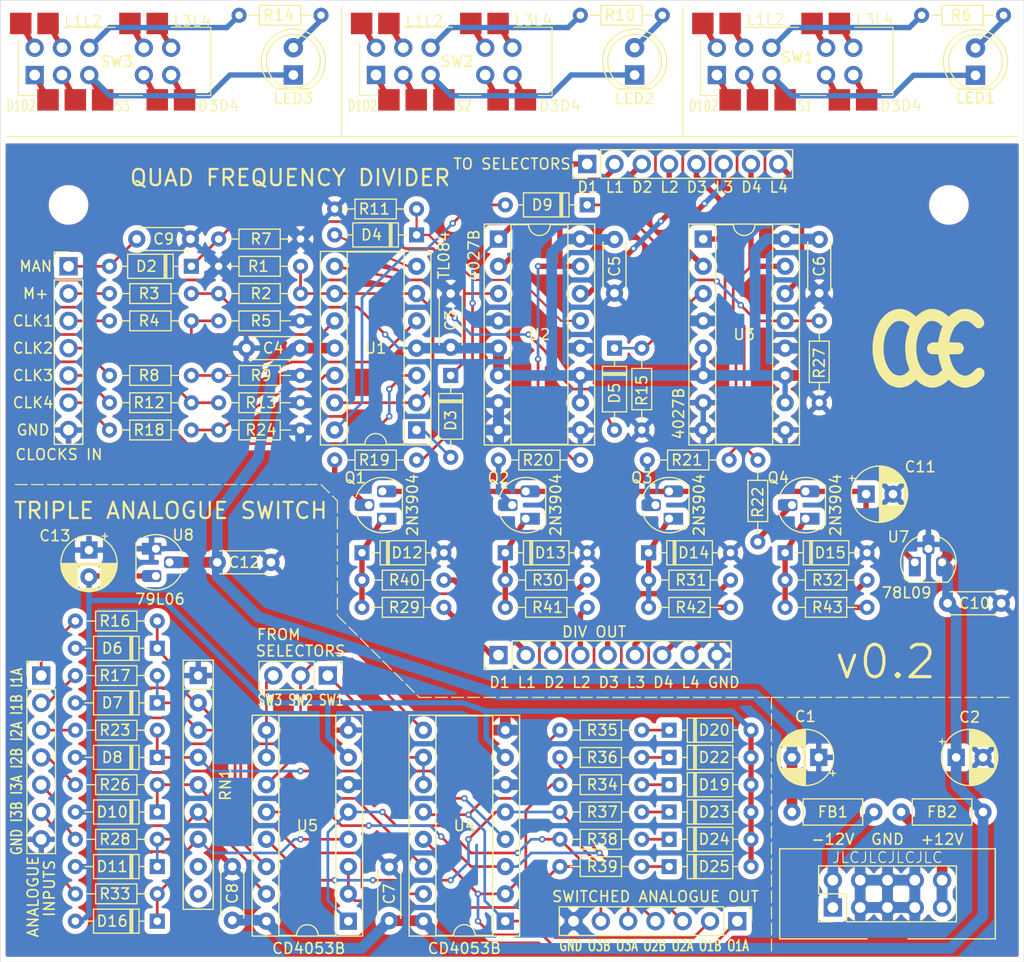
<source format=kicad_pcb>
(kicad_pcb (version 20221018) (generator pcbnew)
  (layers (0 "F.Cu" signal) (31 "B.Cu" signal) (34 "B.Paste" user) (35 "F.Paste" user) (36 "B.SilkS" user "B.Silkscreen") (37 "F.SilkS" user "F.Silkscreen") (38 "B.Mask" user) (39 "F.Mask" user) (44 "Edge.Cuts" user))
  (net 0 "")
  (net 1 "GND")
  (net 2 "-12V")
  (net 3 "+12V")
  (net 4 "+9V")
  (net 5 "-6V")
  (net 6 "Net-(D2-K)")
  (net 7 "/MAN")
  (net 8 "Net-(D3-A)")
  (net 9 "Net-(D4-K)")
  (net 10 "Net-(D4-A)")
  (net 11 "Net-(D5-K)")
  (net 12 "Net-(D5-A)")
  (net 13 "/I1A")
  (net 14 "/I1B")
  (net 15 "/I2A")
  (net 16 "Net-(D9-K)")
  (net 17 "Net-(D9-A)")
  (net 18 "Net-(D12-K)")
  (net 19 "Net-(D13-K)")
  (net 20 "Net-(D14-K)")
  (net 21 "Net-(D15-K)")
  (net 22 "/I3B")
  (net 23 "Net-(J6-Pin_1)")
  (net 24 "Net-(J6-Pin_10)")
  (net 25 "/M+")
  (net 26 "/CLK1")
  (net 27 "/CLK2")
  (net 28 "/CLK3")
  (net 29 "/CLK4")
  (net 30 "/D1")
  (net 31 "/L1")
  (net 32 "/D2")
  (net 33 "/L2")
  (net 34 "/D3")
  (net 35 "/L3")
  (net 36 "/D4")
  (net 37 "/L4")
  (net 38 "/DIV1")
  (net 39 "/DIV2")
  (net 40 "/DIV3")
  (net 41 "/DIV4")
  (net 42 "/IN1A")
  (net 43 "/IN1B")
  (net 44 "/IN2A")
  (net 45 "/IN2B")
  (net 46 "/IN3A")
  (net 47 "/IN3B")
  (net 48 "/OUT1A")
  (net 49 "/OUT1B")
  (net 50 "/OUT2A")
  (net 51 "/OUT2B")
  (net 52 "/OUT3A")
  (net 53 "/OUT3B")
  (net 54 "Net-(Q1-B)")
  (net 55 "Net-(Q2-B)")
  (net 56 "Net-(Q3-B)")
  (net 57 "Net-(Q4-B)")
  (net 58 "Net-(U1A--)")
  (net 59 "Net-(U1A-+)")
  (net 60 "Net-(D17-AK)")
  (net 61 "Net-(U1B-+)")
  (net 62 "Net-(D18-AK)")
  (net 63 "Net-(U1C-+)")
  (net 64 "Net-(D21-AK)")
  (net 65 "Net-(U1D-+)")
  (net 66 "/I2B")
  (net 67 "/I3A")
  (net 68 "/S1")
  (net 69 "/SL1")
  (net 70 "/S2")
  (net 71 "/SL2")
  (net 72 "/O1A")
  (net 73 "/O1B")
  (net 74 "/S3")
  (net 75 "/SL3")
  (net 76 "/O2A")
  (net 77 "/O2B")
  (net 78 "/O3A")
  (net 79 "/O3B")
  (net 80 "/LD1")
  (net 81 "/LD2")
  (net 82 "/LD3")
  (net 83 "/LD4")
  (footprint "CGE_footprints:D_DO-35_SOD27_P7.62mm_Horizontal" (layer "F.Cu") (at 158.877 119.126)
    (fp_text reference "D20")
    (fp_text value "BAT43")
  )
  (footprint "TestPoint:TestPoint_Pad_2.0x2.0mm" (layer "F.Cu") (at 103.632 60.452)
    (fp_text reference "REF**" hide)
    (fp_text value "Pad" hide)
  )
  (footprint "TestPoint:TestPoint_Pad_2.0x2.0mm" (layer "F.Cu") (at 167.098 60.452)
    (fp_text reference "REF**" hide)
    (fp_text value "Pad" hide)
  )
  (footprint "TestPoint:TestPoint_Pad_2.0x2.0mm" (layer "F.Cu") (at 174.718 60.452)
    (fp_text reference "REF**" hide)
    (fp_text value "Pad" hide)
  )
  (footprint "CGE_footprints:D_DO-35_SOD27_P7.62mm_Horizontal" (layer "F.Cu") (at 111.252 111.506 180)
    (fp_text reference "D6")
    (fp_text value "BAT43")
  )
  (footprint "TestPoint:TestPoint_Pad_2.0x2.0mm" (layer "F.Cu") (at 142.968 60.452)
    (fp_text reference "REF**" hide)
    (fp_text value "Pad" hide)
  )
  (footprint "CGE_footprints:R_Axial_DIN0204_L3.6mm_D1.6mm_P7.62mm_Horizontal" (layer "F.Cu") (at 103.632 119.126)
    (fp_text reference "R23")
    (fp_text value "470R")
  )
  (footprint "TestPoint:TestPoint_Pad_2.0x2.0mm" (layer "F.Cu") (at 174.718 53.34)
    (fp_text reference "REF**" hide)
    (fp_text value "Pad" hide)
  )
  (footprint "CGE_footprints:CGE_logo" (layer "F.Cu") (at 183.007 83.566)
    (fp_text reference "G***" hide)
    (fp_text value "LOGO" hide)
  )
  (footprint "TestPoint:TestPoint_Pad_2.0x2.0mm" (layer "F.Cu") (at 98.552 53.34)
    (fp_text reference "REF**" hide)
    (fp_text value "Pad" hide)
  )
  (footprint "CGE_footprints:D_DO-35_SOD27_P7.62mm_Horizontal" (layer "F.Cu") (at 135.382 73.025 180)
    (fp_text reference "D4")
    (fp_text value "1N914")
  )
  (footprint "CGE_footprints:SW_DP4T_slide" (layer "F.Cu") (at 131.606 58.136)
    (fp_text reference "SW2")
    (fp_text value "S2_SEL")
  )
  (footprint "CGE_footprints:R_Axial_DIN0204_L3.6mm_D1.6mm_P7.62mm_Horizontal" (layer "F.Cu") (at 116.967 75.946)
    (fp_text reference "R1")
    (fp_text value "15k")
  )
  (footprint "CGE_footprints:C_Disc_D4.3mm_W1.9mm_P5.00mm" (layer "F.Cu") (at 132.842 131.866 -90)
    (fp_text reference "C7")
    (fp_text value "100n")
  )
  (footprint "CGE_footprints:R_Axial_DIN0204_L3.6mm_D1.6mm_P7.62mm_Horizontal" (layer "F.Cu") (at 106.807 88.646)
    (fp_text reference "R12")
    (fp_text value "10k")
  )
  (footprint "CGE_footprints:D_DO-35_SOD27_P7.62mm_Horizontal" (layer "F.Cu") (at 158.877 126.746)
    (fp_text reference "D23")
    (fp_text value "BAT43")
  )
  (footprint "CGE_footprints:R_Axial_DIN0204_L3.6mm_D1.6mm_P7.62mm_Horizontal" (layer "F.Cu") (at 150.622 52.578)
    (fp_text reference "R10")
    (fp_text value "27k")
  )
  (footprint "Connector_PinHeader_2.54mm:PinHeader_1x07_P2.54mm_Vertical" (layer "F.Cu") (at 165.227 136.906 -90)
    (fp_text reference "J5" hide)
    (fp_text value "SW_OUT")
  )
  (footprint "CGE_footprints:C_Disc_D4.3mm_W1.9mm_P5.00mm" (layer "F.Cu") (at 172.847 78.446 90)
    (fp_text reference "C6")
    (fp_text value "100n")
  )
  (footprint "CGE_footprints:R_Axial_DIN0204_L3.6mm_D1.6mm_P7.62mm_Horizontal" (layer "F.Cu") (at 156.337 124.206 180)
    (fp_text reference "R34")
    (fp_text value "470R")
  )
  (footprint "CGE_footprints:R_Axial_DIN0204_L3.6mm_D1.6mm_P7.62mm_Horizontal" (layer "F.Cu") (at 124.587 81.026 180)
    (fp_text reference "R5")
    (fp_text value "100k")
  )
  (footprint "CGE_footprints:R_Axial_DIN0204_L3.6mm_D1.6mm_P7.62mm_Horizontal" (layer "F.Cu") (at 124.587 86.106 180)
    (fp_text reference "R9")
    (fp_text value "100k")
  )
  (footprint "CGE_footprints:R_Axial_DIN0204_L3.6mm_D1.6mm_P7.62mm_Horizontal" (layer "F.Cu") (at 164.592 105.156 180)
    (fp_text reference "R31")
    (fp_text value "2k2")
  )
  (footprint "CGE_footprints:R_Axial_DIN0204_L3.6mm_D1.6mm_P7.62mm_Horizontal" (layer "F.Cu") (at 177.292 107.696 180)
    (fp_text reference "R43")
    (fp_text value "39k")
  )
  (footprint "Package_DIP:DIP-14_W7.62mm_Socket" (layer "F.Cu") (at 135.382 91.186 180)
    (fp_text reference "U1")
    (fp_text value "TL084")
  )
  (footprint "Capacitor_THT:CP_Radial_D5.0mm_P2.50mm" (layer "F.Cu") (at 185.587 121.666)
    (fp_text reference "C2")
    (fp_text value "10u")
  )
  (footprint "CGE_footprints:C_Disc_D4.3mm_W1.9mm_P5.00mm" (layer "F.Cu") (at 153.797 78.446 90)
    (fp_text reference "C5")
    (fp_text value "100n")
  )
  (footprint "CGE_footprints:R_Axial_DIN0204_L3.6mm_D1.6mm_P7.62mm_Horizontal" (layer "F.Cu") (at 167.132 101.6 90)
    (fp_text reference "R22")
    (fp_text value "200k")
  )
  (footprint "CGE_footprints:R_Axial_DIN0204_L3.6mm_D1.6mm_P7.62mm_Horizontal" (layer "F.Cu") (at 156.337 131.826 180)
    (fp_text reference "R39")
    (fp_text value "470R")
  )
  (footprint "CGE_footprints:R_Axial_DIN0204_L3.6mm_D1.6mm_P7.62mm_Horizontal" (layer "F.Cu") (at 151.257 105.156 180)
    (fp_text reference "R30")
    (fp_text value "2k2")
  )
  (footprint "TestPoint:TestPoint_Pad_2.0x2.0mm" (layer "F.Cu") (at 108.712 53.34)
    (fp_text reference "REF**" hide)
    (fp_text value "Pad" hide)
  )
  (footprint "CGE_footprints:D_DO-35_SOD27_P7.62mm_Horizontal" (layer "F.Cu") (at 156.972 102.616)
    (fp_text reference "D14")
    (fp_text value "1N914")
  )
  (footprint "CGE_footprints:D_DO-35_SOD27_P7.62mm_Horizontal" (layer "F.Cu") (at 111.252 126.746 180)
    (fp_text reference "D10")
    (fp_text value "BAT43")
  )
  (footprint "TestPoint:TestPoint_Pad_2.0x2.0mm" (layer "F.Cu") (at 140.428 53.34)
    (fp_text reference "REF**" hide)
    (fp_text value "Pad" hide)
  )
  (footprint "Inductor_THT:L_Axial_L5.3mm_D2.2mm_P7.62mm_Horizontal_Vishay_IM-1" (layer "F.Cu") (at 188.087 126.746 180)
    (fp_text reference "FB2")
    (fp_text value "FB")
  )
  (footprint "CGE_footprints:D_DO-35_SOD27_P7.62mm_Horizontal" (layer "F.Cu") (at 111.252 116.586 180)
    (fp_text reference "D7")
    (fp_text value "BAT43")
  )
  (footprint "TestPoint:TestPoint_Pad_2.0x2.0mm" (layer "F.Cu") (at 111.252 53.34)
    (fp_text reference "REF**" hide)
    (fp_text value "Pad" hide)
  )
  (footprint "LED_THT:LED_D5.0mm" (layer "F.Cu") (at 123.918 58.136 90)
    (fp_text reference "D21" hide)
    (fp_text value "LED3")
  )
  (footprint "Connector_PinHeader_2.54mm:PinHeader_1x07_P2.54mm_Vertical" (layer "F.Cu") (at 102.997 75.946)
    (fp_text reference "J1" hide)
    (fp_text value "CLOCKS")
  )
  (footprint "CGE_footprints:SW_DP4T_slide" (layer "F.Cu") (at 99.8474 58.1406)
    (fp_text reference "SW3")
    (fp_text value "S3_SEL")
  )
  (footprint "TestPoint:TestPoint_Pad_2.0x2.0mm" (layer "F.Cu") (at 164.558 53.34)
    (fp_text reference "REF**" hide)
    (fp_text value "Pad" hide)
  )
  (footprint "CGE_footprints:D_DO-35_SOD27_P7.62mm_Horizontal" (layer "F.Cu") (at 158.877 121.666)
    (fp_text reference "D22")
    (fp_text value "BAT43")
  )
  (footprint "CGE_footprints:C_Disc_D4.3mm_W1.9mm_P5.00mm" (layer "F.Cu") (at 119.547 83.566)
    (fp_text reference "C4")
    (fp_text value "100n")
  )
  (footprint "Connector_PinHeader_2.54mm:PinHeader_1x08_P2.54mm_Vertical" (layer "F.Cu") (at 151.257 66.421 90)
    (fp_text reference "J2" hide)
    (fp_text value "TO_SELECTORS")
  )
  (footprint "LED_THT:LED_D5.0mm" (layer "F.Cu") (at 155.668 58.136 90)
    (fp_text reference "D18" hide)
    (fp_text value "LED2")
  )
  (footprint "Capacitor_THT:CP_Radial_D5.0mm_P2.50mm" (layer "F.Cu") (at 177.205 97.155)
    (fp_text reference "C11")
    (fp_text value "1u")
  )
  (footprint "Package_DIP:DIP-16_W7.62mm_Socket" (layer "F.Cu") (at 143.637 136.906 180)
    (fp_text reference "U4")
    (fp_text value "CD4053B")
  )
  (footprint "TestPoint:TestPoint_Pad_2.0x2.0mm" (layer "F.Cu") (at 113.792 60.452)
    (fp_text reference "REF**" hide)
    (fp_text value "Pad" hide)
  )
  (footprint "CGE_footprints:R_Axial_DIN0204_L3.6mm_D1.6mm_P7.62mm_Horizontal" (layer "F.Cu") (at 156.337 91.186 90)
    (fp_text reference "R15")
    (fp_text value "100k")
  )
  (footprint "CGE_footprints:D_DO-35_SOD27_P7.62mm_Horizontal" (layer "F.Cu") (at 138.557 86.106 -90)
    (fp_text reference "D3")
    (fp_text value "1N914")
  )
  (footprint "TestPoint:TestPoint_Pad_2.0x2.0mm" (layer "F.Cu") (at 142.968 53.34)
    (fp_text reference "REF**" hide)
    (fp_text value "Pad" hide)
  )
  (footprint "CGE_footprints:R_Axial_DIN0204_L3.6mm_D1.6mm_P7.62mm_Horizontal" (layer "F.Cu") (at 127.762 93.98)
    (fp_text reference "R19")
    (fp_text value "200k")
  )
  (footprint "CGE_footprints:C_Disc_D4.3mm_W1.9mm_P5.00mm" (layer "F.Cu") (at 138.557 78.486 -90)
    (fp_text reference "C3")
    (fp_text value "100n")
  )
  (footprint "Package_DIP:DIP-16_W7.62mm_Socket" (layer "F.Cu") (at 143.002 73.406)
    (fp_text reference "U2")
    (fp_text value "4027")
  )
  (footprint "CGE_footprints:D_DO-35_SOD27_P7.62mm_Horizontal" (layer "F.Cu") (at 111.252 131.826 180)
    (fp_text reference "D11")
    (fp_text value "BAT43")
  )
  (footprint "CGE_footprints:R_Axial_DIN0204_L3.6mm_D1.6mm_P7.62mm_Horizontal" (layer "F.Cu") (at 106.807 91.186)
    (fp_text reference "R18")
    (fp_text value "10k")
  )
  (footprint "Connector_PinHeader_2.54mm:PinHeader_1x07_P2.54mm_Vertical" (layer "F.Cu") (at 100.457 114.046)
    (fp_text reference "J4" hide)
    (fp_text value "SW_IN")
  )
  (footprint "CGE_footprints:SW_DP4T_slide" (layer "F.Cu") (at 163.322 58.1406)
    (fp_text reference "SW1")
    (fp_text value "S1_SEL")
  )
  (footprint "Package_TO_SOT_THT:TO-92_HandSolder" (layer "F.Cu") (at 111.125 102.235 -90)
    (fp_text reference "U8")
    (fp_text value "L79L06_TO92")
  )
  (footprint "TestPoint:TestPoint_Pad_2.0x2.0mm" (layer "F.Cu") (at 169.672 60.452)
    (fp_text reference "REF**" hide)
    (fp_text value "Pad" hide)
  )
  (footprint "TestPoint:TestPoint_Pad_2.0x2.0mm" (layer "F.Cu") (at 172.178 53.34)
    (fp_text reference "REF**" hide)
    (fp_text value "Pad" hide)
  )
  (footprint "CGE_footprints:D_DO-35_SOD27_P7.62mm_Horizontal" (layer "F.Cu") (at 153.797 83.566 -90)
    (fp_text reference "D5")
    (fp_text value "1N914")
  )
  (footprint "CGE_footprints:R_Axial_DIN0204_L3.6mm_D1.6mm_P7.62mm_Horizontal" (layer "F.Cu") (at 172.847 88.646 90)
    (fp_text reference "R27")
    (fp_text value "100k")
  )
  (footprint "TestPoint:TestPoint_Pad_2.0x2.0mm" (layer "F.Cu") (at 111.252 60.452)
    (fp_text reference "REF**" hide)
    (fp_text value "Pad" hide)
  )
  (footprint "Resistor_THT:R_Array_SIP9" (layer "F.Cu") (at 115.062 114.046 -90)
    (fp_text reference "RN1")
    (fp_text value "100k")
  )
  (footprint "CGE_footprints:C_Disc_D4.3mm_W1.9mm_P5.00mm" (layer "F.Cu") (at 114.347 73.406 180)
    (fp_text reference "C9")
    (fp_text value "100n")
  )
  (footprint "CGE_footprints:R_Axial_DIN0204_L3.6mm_D1.6mm_P7.62mm_Horizontal" (layer "F.Cu") (at 103.632 108.966)
    (fp_text reference "R16")
    (fp_text value "470R")
  )
  (footprint "CGE_footprints:R_Axial_DIN0204_L3.6mm_D1.6mm_P7.62mm_Horizontal" (layer "F.Cu") (at 124.587 78.486 180)
    (fp_text reference "R2")
    (fp_text value "100k")
  )
  (footprint "CGE_footprints:R_Axial_DIN0204_L3.6mm_D1.6mm_P7.62mm_Horizontal" (layer "F.Cu") (at 156.337 126.746 180)
    (fp_text reference "R37")
    (fp_text value "470R")
  )
  (footprint "CGE_footprints:R_Axial_DIN0204_L3.6mm_D1.6mm_P7.62mm_Horizontal" (layer "F.Cu") (at 164.592 107.696 180)
    (fp_text reference "R42")
    (fp_text value "39k")
  )
  (footprint "Package_TO_SOT_THT:TO-92_HandSolder" (layer "F.Cu") (at 145.542 99.441 90)
    (fp_text reference "Q2")
    (fp_text value "2N3904")
  )
  (footprint "TestPoint:TestPoint_Pad_2.0x2.0mm" (layer "F.Cu") (at 101.092 53.34)
    (fp_text reference "REF**" hide)
    (fp_text value "Pad" hide)
  )
  (footprint "CGE_footprints:D_DO-35_SOD27_P7.62mm_Horizontal" (layer "F.Cu") (at 111.252 121.666 180)
    (fp_text reference "D8")
    (fp_text value "BAT43")
  )
  (footprint "CGE_footprints:R_Axial_DIN0204_L3.6mm_D1.6mm_P7.62mm_Horizontal" (layer "F.Cu") (at 103.632 114.046)
    (fp_text reference "R17")
    (fp_text value "470R")
  )
  (footprint "CGE_footprints:R_Axial_DIN0204_L3.6mm_D1.6mm_P7.62mm_Horizontal" (layer "F.Cu") (at 156.845 93.98)
    (fp_text reference "R21")
    (fp_text value "200k")
  )
  (footprint "CGE_footprints:R_Axial_DIN0204_L3.6mm_D1.6mm_P7.62mm_Horizontal" (layer "F.Cu") (at 137.922 105.156 180)
    (fp_text reference "R40")
    (fp_text value "39k")
  )
  (footprint "CGE_footprints:D_DO-35_SOD27_P7.62mm_Horizontal" (layer "F.Cu") (at 143.637 102.616)
    (fp_text reference "D13")
    (fp_text value "1N914")
  )
  (footprint "CGE_footprints:R_Axial_DIN0204_L3.6mm_D1.6mm_P7.62mm_Horizontal" (layer "F.Cu") (at 156.337 129.286 180)
    (fp_text reference "R38")
    (fp_text value "470R")
  )
  (footprint "CGE_footprints:R_Axial_DIN0204_L3.6mm_D1.6mm_P7.62mm_Horizontal" (layer "F.Cu") (at 118.872 52.578)
    (fp_text reference "R14")
    (fp_text value "27k")
  )
  (footprint "CGE_footprints:D_DO-35_SOD27_P7.62mm_Horizontal" (layer "F.Cu") (at 169.672 102.616)
    (fp_text reference "D15")
    (fp_text value "1N914")
  )
  (footprint "TestPoint:TestPoint_Pad_2.0x2.0mm" (layer "F.Cu") (at 162.018 53.34)
    (fp_text reference "REF**" hide)
    (fp_text value "Pad" hide)
  )
  (footprint "CGE_footprints:R_Axial_DIN0204_L3.6mm_D1.6mm_P7.62mm_Horizontal" (layer "F.Cu") (at 143.002 93.98)
    (fp_text reference "R20")
    (fp_text value "200k")
  )
  (footprint "CGE_footprints:R_Axial_DIN0204_L3.6mm_D1.6mm_P7.62mm_Horizontal" (layer "F.Cu") (at 156.337 119.126 180)
    (fp_text reference "R35")
    (fp_text value "470R")
  )
  (footprint "Capacitor_THT:CP_Radial_D5.0mm_P2.50mm" (layer "F.Cu") (at 172.807 121.666 180)
    (fp_text reference "C1")
    (fp_text value "10u")
  )
  (footprint "CGE_footprints:D_DO-35_SOD27_P7.62mm_Horizontal" (layer "F.Cu") (at 151.257 70.231 180)
    (fp_text reference "D9")
    (fp_text value "1N914")
  )
  (footprint "CGE_footprints:R_Axial_DIN0204_L3.6mm_D1.6mm_P7.62mm_Horizontal" (layer "F.Cu") (at 106.807 86.106)
    (fp_text reference "R8")
    (fp_text value "10k")
  )
  (footprint "TestPoint:TestPoint_Pad_2.0x2.0mm" (layer "F.Cu") (at 164.558 60.452)
    (fp_text reference "REF**" hide)
    (fp_text value "Pad" hide)
  )
  (footprint "LED_THT:LED_D5.0mm" (layer "F.Cu") (at 187.384 58.166 90)
    (fp_text reference "D17" hide)
    (fp_text value "LED1")
  )
  (footprint "CGE_footprints:D_DO-35_SOD27_P7.62mm_Horizontal" (layer "F.Cu") (at 158.877 129.286)
    (fp_text reference "D24")
    (fp_text value "BAT43")
  )
  (footprint "Package_TO_SOT_THT:TO-92_HandSolder" (layer "F.Cu") (at 158.877 99.441 90)
    (fp_text reference "Q3")
    (fp_text value "2N3904")
  )
  (footprint "CGE_footprints:R_Axial_DIN0204_L3.6mm_D1.6mm_P7.62mm_Horizontal" (layer "F.Cu") (at 103.632 134.366)
    (fp_text reference "R33")
    (fp_text value "470R")
  )
  (footprint "MountingHole:MountingHole_3.2mm_M3" (layer "F.Cu") (at 102.997 70.231)
    (fp_text reference "REF**" hide)
    (fp_text value "3.2mm")
  )
  (footprint "Capacitor_THT:CP_Radial_D5.0mm_P2.50mm" (layer "F.Cu") (at 104.902 102.362 -90)
    (fp_text reference "C13")
    (fp_text value "1u")
  )
  (footprint "TestPoint:TestPoint_Pad_2.0x2.0mm" (layer "F.Cu") (at 137.922 60.452)
    (fp_text reference "REF**" hide)
    (fp_text value "Pad" hide)
  )
  (footprint "CGE_footprints:R_Axial_DIN0204_L3.6mm_D1.6mm_P7.62mm_Horizontal" (layer "F.Cu") (at 151.257 107.696 180)
    (fp_text reference "R41")
    (fp_text value "39k")
  )
  (footprint "CGE_footprints:R_Axial_DIN0204_L3.6mm_D1.6mm_P7.62mm_Horizontal" (layer "F.Cu") (at 124.587 73.406 180)
    (fp_text reference "R7")
    (fp_text value "100k")
  )
  (footprint "CGE_footprints:C_Disc_D4.3mm_W1.9mm_P5.00mm" (layer "F.Cu") (at 118.237 131.826 -90)
    (fp_text reference "C8")
    (fp_text value "100n")
  )
  (footprint "CGE_footprints:R_Axial_DIN0204_L3.6mm_D1.6mm_P7.62mm_Horizontal" (layer "F.Cu") (at 106.807 78.486)
    (fp_text reference "R3")
    (fp_text value "10k")
  )
  (footprint "TestPoint:TestPoint_Pad_2.0x2.0mm" (layer "F.Cu") (at 101.092 60.452)
    (fp_text reference "REF**" hide)
    (fp_text value "Pad" hide)
  )
  (footprint "CGE_footprints:R_Axial_DIN0204_L3.6mm_D1.6mm_P7.62mm_Horizontal" (layer "F.Cu") (at 124.587 88.646 180)
    (fp_text reference "R13")
    (fp_text value "100k")
  )
  (footprint "Connector_PinHeader_2.54mm:PinHeader_1x09_P2.54mm_Vertical" (layer "F.Cu") (at 143.002 112.141 90)
    (fp_text reference "J3" hide)
    (fp_text value "DIV_OUT")
  )
  (footprint "CGE_footprints:R_Axial_DIN0204_L3.6mm_D1.6mm_P7.62mm_Horizontal" (layer "F.Cu") (at 124.587 91.186 180)
    (fp_text reference "R24")
    (fp_text value "100k")
  )
  (footprint "CGE_footprints:D_DO-35_SOD27_P7.62mm_Horizontal" (layer "F.Cu") (at 158.877 131.826)
    (fp_text reference "D25")
    (fp_text value "BAT43")
  )
  (footprint "Package_DIP:DIP-16_W7.62mm_Socket" (layer "F.Cu") (at 129.032 136.906 180)
    (fp_text reference "U5")
    (fp_text value "CD4053B")
  )
  (footprint "CGE_footprints:R_Axial_DIN0204_L3.6mm_D1.6mm_P7.62mm_Horizontal" (layer "F.Cu") (at 103.632 129.286)
    (fp_text reference "R28")
    (fp_text value "470R")
  )
  (footprint "CGE_footprints:R_Axial_DIN0204_L3.6mm_D1.6mm_P7.62mm_Horizontal" (layer "F.Cu") (at 182.372 52.578)
    (fp_text reference "R6")
    (fp_text value "27k")
  )
  (footprint "CGE_footprints:C_Disc_D4.3mm_W1.9mm_P5.00mm" (layer "F.Cu") (at 116.84 103.505)
    (fp_text reference "C12")
    (fp_text value "330n")
  )
  (footprint "CGE_footprints:R_Axial_DIN0204_L3.6mm_D1.6mm_P7.62mm_Horizontal" (layer "F.Cu") (at 137.922 107.696 180)
    (fp_text reference "R29")
    (fp_text value "2k2")
  )
  (footprint "MountingHole:MountingHole_3.2mm_M3" (layer "F.Cu") (at 184.912 70.231)
    (fp_text reference "REF**" hide)
    (fp_text value "3.2mm")
  )
  (footprint "CGE_footprints:C_Disc_D4.3mm_W1.9mm_P5.00mm" (layer "F.Cu") (at 184.785 107.315)
    (fp_text reference "C10")
    (fp_text value "330n")
  )
  (footprint "CGE_footprints:R_Axial_DIN0204_L3.6mm_D1.6mm_P7.62mm_Horizontal" (layer "F.Cu") (at 106.807 81.026)
    (fp_text reference "R4")
    (fp_text value "10k")
  )
  (footprint "CGE_footprints:R_Axial_DIN0204_L3.6mm_D1.6mm_P7.62mm_Horizontal" (layer "F.Cu") (at 156.337 121.666 180)
    (fp_text reference "R36")
    (fp_text value "470R")
  )
  (footprint "TestPoint:TestPoint_Pad_2.0x2.0mm" (layer "F.Cu") (at 130.268 53.34)
    (fp_text reference "REF**" hide)
    (fp_text value "Pad" hide)
  )
  (footprint "CGE_footprints:D_DO-35_SOD27_P7.62mm_Horizontal" (layer "F.Cu") (at 130.302 102.616)
    (fp_text reference "D12")
    (fp_text value "1N914")
  )
  (footprint "Package_TO_SOT_THT:TO-92_HandSolder" (layer "F.Cu") (at 181.737 103.505)
    (fp_text reference "U7")
    (fp_text value "L78L09_TO92")
  )
  (footprint "TestPoint:TestPoint_Pad_2.0x2.0mm" (layer "F.Cu") (at 106.172 60.452)
    (fp_text reference "REF**" hide)
    (fp_text value "Pad" hide)
  )
  (footprint "CGE_footprints:Power_2x05" (layer "F.Cu") (at 184.277 133.096 -90)
    (fp_text reference "J6" hide)
    (fp_text value "POWER")
  )
  (footprint "CGE_footprints:D_DO-35_SOD27_P7.62mm_Horizontal" (layer "F.Cu") (at 111.252 136.906 180)
    (fp_text reference "D16")
    (fp_text value "BAT43")
  )
  (footprint "Connector_PinHeader_2.54mm:PinHeader_1x03_P2.54mm_Vertical" (layer "F.Cu") (at 127.127 114.046 -90)
    (fp_text reference "J16" hide)
    (fp_text value "FROM_SWs")
  )
  (footprint "CGE_footprints:R_Axial_DIN0204_L3.6mm_D1.6mm_P7.62mm_Horizontal" (layer "F.Cu") (at 127.762 70.612)
    (fp_text reference "R11")
    (fp_text value "100k")
  )
  (footprint "TestPoint:TestPoint_Pad_2.0x2.0mm" (layer "F.Cu") (at 132.808 60.452)
    (fp_text reference "REF**" hide)
    (fp_text value "Pad" hide)
  )
  (footprint "Package_TO_SOT_THT:TO-92_HandSolder" (layer "F.Cu") (at 171.577 99.441 90)
    (fp_text reference "Q4")
    (fp_text value "2N3904")
  )
  (footprint "CGE_footprints:D_DO-35_SOD27_P7.62mm_Horizontal" (layer "F.Cu") (at 158.877 124.206)
    (fp_text reference "D19")
    (fp_text value "BAT43")
  )
  (footprint "TestPoint:TestPoint_Pad_2.0x2.0mm" (layer "F.Cu") (at 132.808 53.34)
    (fp_text reference "REF**" hide)
    (fp_text value "Pad" hide)
  )
  (footprint "TestPoint:TestPoint_Pad_2.0x2.0mm" (layer "F.Cu") (at 177.258 60.452)
    (fp_text reference "REF**" hide)
    (fp_text value "Pad" hide)
  )
  (footprint "TestPoint:TestPoint_Pad_2.0x2.0mm" (layer "F.Cu") (at 145.508 60.452)
    (fp_text reference "REF**" hide)
    (fp_text value "Pad" hide)
  )
  (footprint "Package_TO_SOT_THT:TO-92_HandSolder" (layer "F.Cu") (at 132.207 99.441 90)
    (fp_text reference "Q1")
    (fp_text value "2N3904")
  )
  (footprint "CGE_footprints:D_DO-35_SOD27_P7.62mm_Horizontal" (layer "F.Cu") (at 114.427 75.946 180)
    (fp_text reference "D2")
    (fp_text value "1N914")
  )
  (footprint "Inductor_THT:L_Axial_L5.3mm_D2.2mm_P7.62mm_Horizontal_Vishay_IM-1" (layer "F.Cu") (at 170.307 126.746)
    (fp_text reference "FB1")
    (fp_text value "FB")
  )
  (footprint "CGE_footprints:R_Axial_DIN0204_L3.6mm_D1.6mm_P7.62mm_Horizontal" (layer "F.Cu") (at 177.292 105.156 180)
    (fp_text reference "R32")
    (fp_text value "2k2")
  )
  (footprint "Package_DIP:DIP-16_W7.62mm_Socket" (layer "F.Cu") (at 162.052 73.406)
    (fp_text reference "U3")
    (fp_text value "4027")
  )
  (footprint "CGE_footprints:R_Axial_DIN0204_L3.6mm_D1.6mm_P7.62mm_Horizontal" (layer "F.Cu") (at 103.632 124.206)
    (fp_text reference "R26")
    (fp_text value "470R")
  )
  (footprint "TestPoint:TestPoint_Pad_2.0x2.0mm" (layer "F.Cu") (at 135.348 60.452)
    (fp_text reference "REF**" hide)
    (fp_text value "Pad" hide)
  )
  (gr_line (start 168.402 116.078) (end 190.754 116.078) (stroke (width 0.1) (type dash)) (layer "F.SilkS"))
  (gr_line (start 168.402 116.078) (end 168.402 139.7) (stroke (width 0.1) (type dash)) (layer "F.SilkS"))
  (gr_line (start 135.636 116.078) (end 168.402 116.078) (stroke (width 0.1) (type dash)) (layer "F.SilkS"))
  (gr_line (start 126.492 96.266) (end 128.016 97.79) (stroke (width 0.1) (type dash)) (layer "F.SilkS"))
  (gr_line (start 128.397 51.816) (end 128.397 63.881) (stroke (width 0.1)) (layer "F.SilkS"))
  (gr_line (start 128.016 108.458) (end 135.636 116.078) (stroke (width 0.1) (type dash)) (layer "F.SilkS"))
  (gr_line (start 98.044 96.266) (end 126.492 96.266) (stroke (width 0.1) (type dash)) (layer "F.SilkS"))
  (gr_line (start 160.147 51.816) (end 160.147 63.881) (stroke (width 0.1)) (layer "F.SilkS"))
  (gr_line (start 128.016 97.79) (end 128.016 108.458) (stroke (width 0.1) (type dash)) (layer "F.SilkS"))
  (gr_line (start 97.282 63.881) (end 191.262 63.881) (stroke (width 0.1)) (layer "F.SilkS"))
  (gr_rect (start 96.647 51.181) (end 191.897 140.716) (stroke (width 0.05)) (fill none) (layer "Edge.Cuts"))
  (gr_text "S2" (at 139.065 61.595) (layer "F.SilkS") (effects (font (size 1 0.7) (thickness 0.1)) (justify left bottom)))
  (gr_text "JLCJLCJLCJLC" (at 173.99 131.572) (layer "F.SilkS") (effects (font (size 1 1) (thickness 0.1)) (justify left bottom)))
  (gr_text "L1L2" (at 166.023 53.5686) (layer "F.SilkS") (effects (font (size 1 1) (thickness 0.1)) (justify left bottom)))
  (gr_text "S1" (at 170.815 61.595) (layer "F.SilkS") (effects (font (size 1 0.7) (thickness 0.1)) (justify left bottom)))
  (gr_text "D3D4" (at 146.685 61.595) (layer "F.SilkS") (effects (font (size 1 1) (thickness 0.1)) (justify left bottom)))
  (gr_text "L3L4" (at 112.683 53.691) (layer "F.SilkS") (effects (font (size 1 1) (thickness 0.1)) (justify left bottom)))
  (gr_text "L3L4" (at 144.433 53.6194) (layer "F.SilkS") (effects (font (size 1 1) (thickness 0.1)) (justify left bottom)))
  (gr_text "D3D4" (at 178.435 61.595) (layer "F.SilkS") (effects (font (size 1 1) (thickness 0.1)) (justify left bottom)))
  (gr_text "L1L2" (at 134.273 53.691) (layer "F.SilkS") (effects (font (size 1 1) (thickness 0.1)) (justify left bottom)))
  (gr_text "S3" (at 107.315 61.595) (layer "F.SilkS") (effects (font (size 1 0.7) (thickness 0.1)) (justify left bottom)))
  (gr_text "TRIPLE ANALOGUE SWITCH" (at 97.79 99.568) (layer "F.SilkS") (effects (font (size 1.5 1.5) (thickness 0.21)) (justify left bottom)))
  (gr_text "D1D2" (at 97.155 61.595) (layer "F.SilkS") (effects (font (size 1 0.7) (thickness 0.1)) (justify left bottom)))
  (gr_text "L3L4" (at 176.183 53.5686) (layer "F.SilkS") (effects (font (size 1 1) (thickness 0.1)) (justify left bottom)))
  (gr_text "L1L2" (at 102.523 53.691) (layer "F.SilkS") (effects (font (size 1 1) (thickness 0.1)) (justify left bottom)))
  (gr_text "D3D4" (at 114.935 61.595) (layer "F.SilkS") (effects (font (size 1 1) (thickness 0.1)) (justify left bottom)))
  (gr_text "D1D2" (at 128.905 61.595) (layer "F.SilkS") (effects (font (size 1 0.7) (thickness 0.1)) (justify left bottom)))
  (gr_text "D1D2" (at 160.655 61.595) (layer "F.SilkS") (effects (font (size 1 0.7) (thickness 0.1)) (justify left bottom)))
  (gr_text "QUAD FREQUENCY DIVIDER" (at 108.585 68.58) (layer "F.SilkS") (effects (font (size 1.5 1.5) (thickness 0.21)) (justify left bottom)))
  (gr_text "v0.2" (at 174.0916 114.5286) (layer "F.SilkS") (effects (font (size 3 3) (thickness 0.3)) (justify left bottom)))
  (segment (start 112.522 128.016) (end 109.982 128.016) (width 0.25) (layer "F.Cu") (net 1))
  (segment (start 154.432 113.411) (end 154.432 110.871) (width 0.25) (layer "F.Cu") (net 1))
  (segment (start 151.892 113.411) (end 151.892 110.871) (width 0.25) (layer "F.Cu") (net 1))
  (segment (start 116.205 122.936) (end 113.665 122.936) (width 0.25) (layer "F.Cu") (net 1))
  (segment (start 104.267 82.296) (end 101.727 82.296) (width 0.25) (layer "F.Cu") (net 1))
  (segment (start 170.942 79.756) (end 168.402 79.756) (width 0.25) (layer "F.Cu") (net 1))
  (segment (start 116.205 120.396) (end 113.665 120.396) (width 0.25) (layer "F.Cu") (net 1))
  (segment (start 128.905 89.916) (end 126.365 89.916) (width 0.25) (layer "F.Cu") (net 1))
  (segment (start 115.951 77.216) (end 113.411 77.216) (width 0.25) (layer "F.Cu") (net 1))
  (segment (start 149.352 113.411) (end 149.352 110.871) (width 0.25) (layer "F.Cu") (net 1))
  (segment (start 157.607 65.278) (end 157.607 67.818) (width 0.25) (layer "F.Cu") (net 1))
  (segment (start 112.649 115.189) (end 110.109 115.189) (width 0.25) (layer "F.Cu") (net 1))
  (segment (start 112.522 123.063) (end 109.982 123.063) (width 0.25) (layer "F.Cu") (net 1))
  (segment (start 156.972 113.411) (end 156.972 111.252) (width 0.25) (layer "F.Cu") (net 1))
  (segment (start 104.267 79.756) (end 101.727 79.756) (width 0.25) (layer "F.Cu") (net 1))
  (segment (start 151.892 79.756) (end 149.352 79.756) (width 0.25) (layer "F.Cu") (net 1))
  (segment (start 128.778 77.216) (end 126.238 77.216) (width 0.25) (layer "F.Cu") (net 1))
  (segment (start 128.778 74.422) (end 126.238 74.422) (width 0.25) (layer "F.Cu") (net 1))
  (segment (start 112.649 117.983) (end 110.109 117.983) (width 0.25) (layer "F.Cu") (net 1))
  (segment (start 112.522 130.429) (end 109.982 130.429) (width 0.25) (layer "F.Cu") (net 1))
  (segment (start 137.414 122.936) (end 134.874 122.936) (width 0.25) (layer "F.Cu") (net 1))
  (segment (start 162.687 65.024) (end 162.687 67.564) (width 0.25) (layer "F.Cu") (net 1))
  (segment (start 146.812 113.411) (end 146.812 110.871) (width 0.25) (layer "F.Cu") (net 1))
  (segment (start 138.938 106.426) (end 136.398 106.426) (width 0.25) (layer "F.Cu") (net 1))
  (segment (start 104.267 87.376) (end 101.727 87.376) (width 0.25) (layer "F.Cu") (net 1))
  (segment (start 165.2016 65.024) (end 165.2016 67.564) (width 0.25) (layer "F.Cu") (net 1))
  (segment (start 104.267 77.216) (end 101.727 77.216) (width 0.25) (layer "F.Cu") (net 1))
  (segment (start 136.652 89.916) (end 134.112 89.916) (width 0.25) (layer "F.Cu") (net 1))
  (segment (start 137.414 120.396) (end 134.874 120.396) (width 0.25) (layer "F.Cu") (net 1))
  (segment (start 160.147 65.278) (end 160.147 67.818) (width 0.25) (layer "F.Cu") (net 1))
  (segment (start 129.413 87.376) (end 126.873 87.376) (width 0.25) (layer "F.Cu") (net 1))
  (segment (start 122.809 120.396) (end 120.269 120.396) (width 0.25) (layer "F.Cu") (net 1))
  (segment (start 104.267 84.836) (end 101.727 84.836) (width 0.25) (layer "F.Cu") (net 1))
  (segment (start 167.7924 65.024) (end 167.7924 67.564) (width 0.25) (layer "F.Cu") (net 1))
  (segment (start 134.62 125.476) (end 137.16 125.476) (width 0.5) (layer "B.Cu") (net 1))
  (segment (start 141.859 84.836) (end 144.399 84.836) (width 0.5) (layer "B.Cu") (net 1))
  (segment (start 168.529 74.676) (end 171.069 74.676) (width 0.5) (layer "B.Cu") (net 1))
  (segment (start 155.194 130.556) (end 160.274 130.556) (width 0.5) (layer "B.Cu") (net 1))
  (segment (start 155.194 122.936) (end 160.274 122.936) (width 0.5) (layer "B.Cu") (net 1))
  (segment (start 134.747 133.096) (end 137.287 133.096) (width 0.5) (layer "B.Cu") (net 1))
  (segment (start 147.574 122.936) (end 150.114 122.936) (width 0.5) (layer "B.Cu") (net 1))
  (segment (start 155.194 120.396) (end 160.274 120.396) (width 0.5) (layer "B.Cu") (net 1))
  (segment (start 147.574 120.396) (end 150.114 120.396) (width 0.5) (layer "B.Cu") (net 1))
  (segment (start 149.733 74.676) (end 152.273 74.676) (width 0.5) (layer "B.Cu") (net 1))
  (segment (start 120.142 125.476) (end 122.682 125.476) (width 0.5) (layer "B.Cu") (net 1))
  (segment (start 149.352 77.216) (end 151.892 77.216) (width 0.5) (layer "B.Cu") (net 1))
  (segment (start 120.142 128.016) (end 122.682 128.016) (width 0.5) (layer "B.Cu") (net 1))
  (segment (start 134.747 130.556) (end 137.287 130.556) (width 0.5) (layer "B.Cu") (net 1))
  (segment (start 137.287 84.836) (end 139.827 84.836) (width 0.5) (layer "B.Cu") (net 1))
  (segment (start 113.792 128.016) (end 116.332 128.016) (width 0.5) (layer "B.Cu") (net 1))
  (segment (start 168.275 79.756) (end 170.815 79.756) (width 0.5) (layer "B.Cu") (net 1))
  (segment (start 155.194 128.016) (end 160.274 128.016) (width 0.5) (layer "B.Cu") (net 1))
  (segment (start 113.792 125.476) (end 116.332 125.476) (width 0.5) (layer "B.Cu") (net 1))
  (segment (start 149.352 82.296) (end 151.892 82.296) (width 0.5) (layer "B.Cu") (net 1))
  (segment (start 133.985 84.836) (end 136.525 84.836) (width 0.5) (layer "B.Cu") (net 1))
  (segment (start 134.747 120.396) (end 137.287 120.396) (width 0.5) (layer "B.Cu") (net 1))
  (segment (start 147.574 128.016) (end 150.114 128.016) (width 0.5) (layer "B.Cu") (net 1))
  (segment (start 134.239 79.756) (end 136.779 79.756) (width 0.5) (layer "B.Cu") (net 1))
  (segment (start 134.239 89.916) (end 136.779 89.916) (width 0.5) (layer "B.Cu") (net 1))
  (segment (start 142.113 79.756) (end 144.653 79.756) (width 0.5) (layer "B.Cu") (net 1))
  (segment (start 168.275 77.216) (end 170.815 77.216) (width 0.5) (layer "B.Cu") (net 1))
  (segment (start 134.747 135.636) (end 137.287 135.636) (width 0.5) (layer "B.Cu") (net 1))
  (segment (start 155.194 125.476) (end 160.274 125.476) (width 0.5) (layer "B.Cu") (net 1))
  (segment (start 168.275 82.296) (end 170.815 82.296) (width 0.5) (layer "B.Cu") (net 1))
  (segment (start 149.352 79.756) (end 151.892 79.756) (width 0.5) (layer "B.Cu") (net 1))
  (segment (start 147.574 125.476) (end 150.114 125.476) (width 0.5) (layer "B.Cu") (net 1))
  (segment (start 124.547 83.566) (end 127.762 83.566) (width 1) (layer "F.Cu") (net 2))
  (segment (start 116.84 103.505) (end 112.395 103.505) (width 1) (layer "F.Cu") (net 2))
  (segment (start 170.307 126.746) (end 170.307 121.666) (width 1) (layer "F.Cu") (net 2))
  (segment (start 120.65 93.766) (end 122.047 85.471) (width 1) (layer "B.Cu") (net 2))
  (segment (start 116.84 103.505) (end 116.84 98.973) (width 1) (layer "B.Cu") (net 2))
  (segment (start 122.047 85.471) (end 123.952 83.566) (width 1) (layer "B.Cu") (net 2))
  (segment (start 143.002 115.824) (end 166.878 115.824) (width 1) (layer "B.Cu") (net 2))
  (segment (start 120.65 108.585) (end 143.002 115.824) (width 1) (layer "B.Cu") (net 2))
  (segment (start 116.84 98.973) (end 120.65 93.766) (width 1) (layer "B.Cu") (net 2))
  (segment (start 116.84 104.775) (end 120.65 108.585) (width 1) (layer "B.Cu") (net 2))
  (segment (start 116.84 103.505) (end 116.84 104.775) (width 1) (layer "B.Cu") (net 2))
  (segment (start 123.952 83.566) (end 124.547 83.566) (width 1) (layer "B.Cu") (net 2))
  (segment (start 170.307 119.126) (end 170.307 121.666) (width 1) (layer "B.Cu") (net 2))
  (segment (start 166.878 115.824) (end 170.307 119.126) (width 1) (layer "B.Cu") (net 2))
  (segment (start 184.785 97.155) (end 173.736 86.106) (width 1) (layer "F.Cu") (net 3))
  (segment (start 114.427 78.486) (end 116.967 78.486) (width 0.25) (layer "F.Cu") (net 3))
  (segment (start 184.785 102.997) (end 184.785 97.155) (width 1) (layer "F.Cu") (net 3))
  (segment (start 173.736 86.106) (end 169.672 86.106) (width 1) (layer "F.Cu") (net 3))
  (segment (start 118.237 79.756) (end 129.921 79.756) (width 0.25) (layer "F.Cu") (net 3))
  (segment (start 129.921 79.756) (end 132.461 82.296) (width 0.25) (layer "F.Cu") (net 3))
  (segment (start 143.002 86.106) (end 143.002 83.566) (width 1) (layer "F.Cu") (net 3))
  (segment (start 132.842 136.866) (end 135.977 136.866) (width 1) (layer "F.Cu") (net 3))
  (segment (start 116.967 78.486) (end 118.237 79.756) (width 0.25) (layer "F.Cu") (net 3))
  (segment (start 184.277 103.505) (end 184.785 102.997) (width 1) (layer "F.Cu") (net 3))
  (via (at 132.461 82.296) (size 0.6) (drill 0.3) (layers "F.Cu" "B.Cu") (net 3))
  (segment (start 132.461 82.296) (end 133.731 83.566) (width 0.25) (layer "B.Cu") (net 3))
  (segment (start 162.052 86.106) (end 162.052 83.566) (width 0.5) (layer "B.Cu") (net 3))
  (segment (start 166.878 86.106) (end 169.672 86.106) (width 1) (layer "B.Cu") (net 3))
  (segment (start 166.878 74.4855) (end 167.9575 73.406) (width 1) (layer "B.Cu") (net 3))
  (segment (start 150.622 73.406) (end 149.225 73.406) (width 1) (layer "B.Cu") (net 3))
  (segment (start 135.977 136.866) (end 136.017 136.906) (width 1) (layer "B.Cu") (net 3))
  (segment (start 147.955 74.676) (end 147.955 86.106) (width 1) (layer "B.Cu") (net 3))
  (segment (start 188.087 126.746) (end 185.587 124.246) (width 1) (layer "B.Cu") (net 3))
  (segment (start 185.039 139.446) (end 138.557 139.446) (width 1) (layer "B.Cu") (net 3))
  (segment (start 184.785 107.315) (end 184.785 104.013) (width 1) (layer "B.Cu") (net 3))
  (segment (start 147.955 86.106) (end 150.622 86.106) (width 1) (layer "B.Cu") (net 3))
  (segment (start 150.622 86.106) (end 162.052 86.106) (width 1) (layer "B.Cu") (net 3))
  (segment (start 188.087 136.398) (end 185.039 139.446) (width 1) (layer "B.Cu") (net 3))
  (segment (start 167.9575 73.406) (end 169.672 73.406) (width 1) (layer "B.Cu") (net 3))
  (segment (start 150.662 73.446) (end 150.622 73.406) (width 1) (layer "B.Cu") (net 3))
  (segment (start 188.087 126.746) (end 188.087 136.398) (width 1) (layer "B.Cu") (net 3))
  (segment (start 149.225 73.406) (end 147.955 74.676) (width 1) (layer "B.Cu") (net 3))
  (segment (start 138.557 139.446) (end 136.017 136.906) (width 1) (layer "B.Cu") (net 3))
  (segment (start 185.587 108.117) (end 184.785 107.315) (width 1) (layer "B.Cu") (net 3))
  (segment (start 133.731 83.566) (end 135.382 83.566) (width 0.25) (layer "B.Cu") (net 3))
  (segment (start 169.672 73.406) (end 172.807 73.406) (width 1) (layer "B.Cu") (net 3))
  (segment (start 143.002 86.106) (end 147.955 86.106) (width 1) (layer "B.Cu") (net 3))
  (segment (start 172.807 73.406) (end 172.847 73.446) (width 1) (layer "B.Cu") (net 3))
  (segment (start 166.878 86.106) (end 166.878 74.4855) (width 1) (layer "B.Cu") (net 3))
  (segment (start 130.262 139.446) (end 123.952 139.446) (width 1) (layer "B.Cu") (net 3))
  (segment (start 169.672 86.106) (end 169.672 88.646) (width 0.5) (layer "B.Cu") (net 3))
  (segment (start 166.878 86.106) (end 162.052 86.106) (width 1) (layer "B.Cu") (net 3))
  (segment (start 123.952 139.446) (end 121.332 136.826) (width 1) (layer "B.Cu") (net 3))
  (segment (start 185.587 121.666) (end 185.587 108.117) (width 1) (layer "B.Cu") (net 3))
  (segment (start 132.842 136.866) (end 130.262 139.446) (width 1) (layer "B.Cu") (net 3))
  (segment (start 121.332 136.826) (end 118.237 136.826) (width 1) (layer "B.Cu") (net 3))
  (segment (start 185.587 124.246) (end 185.587 121.666) (width 1) (layer "B.Cu") (net 3))
  (segment (start 184.785 104.013) (end 184.277 103.505) (width 1) (layer "B.Cu") (net 3))
  (segment (start 153.797 73.446) (end 150.662 73.446) (width 1) (layer "B.Cu") (net 3))
  (segment (start 150.622 88.646) (end 150.622 86.106) (width 0.5) (layer "B.Cu") (net 3))
  (segment (start 143.002 83.566) (end 135.382 83.566) (width 1) (layer "B.Cu") (net 3))
  (segment (start 176.951 96.901) (end 171.577 96.901) (width 0.5) (layer "F.Cu") (net 4))
  (segment (start 171.577 96.901) (end 145.542 96.901) (width 0.5) (layer "F.Cu") (net 4))
  (segment (start 145.542 96.901) (end 132.207 96.901) (width 0.5) (layer "F.Cu") (net 4))
  (segment (start 181.737 103.505) (end 177.205 98.973) (width 0.5) (layer "F.Cu") (net 4))
  (segment (start 177.205 98.973) (end 177.205 97.155) (width 0.5) (layer "F.Cu") (net 4))
  (segment (start 177.205 97.155) (end 176.951 96.901) (width 0.5) (layer "F.Cu") (net 4))
  (segment (start 111.125 104.775) (end 104.989 104.775) (width 0.5) (layer "F.Cu") (net 5))
  (segment (start 166.497 119.126) (end 166.497 131.826) (width 0.5) (layer "F.Cu") (net 5))
  (segment (start 104.989 104.775) (end 104.902 104.862) (width 0.5) (layer "F.Cu") (net 5))
  (segment (start 127.127 119.761) (end 129.032 121.666) (width 0.5) (layer "B.Cu") (net 5))
  (segment (start 164.719 117.348) (end 166.497 119.126) (width 0.5) (layer "B.Cu") (net 5))
  (segment (start 141.859 117.348) (end 141.859 119.888) (width 0.5) (layer "B.Cu") (net 5))
  (segment (start 127.127 116.586) (end 127.127 118.11) (width 0.5) (layer "B.Cu") (net 5))
  (segment (start 104.902 111.506) (end 104.902 116.586) (width 0.5) (layer "B.Cu") (net 5))
  (segment (start 104.902 136.271) (end 104.267 136.906) (width 0.5) (layer "B.Cu") (net 5))
  (segment (start 127.127 118.11) (end 127.127 119.761) (width 0.5) (layer "B.Cu") (net 5))
  (segment (start 103.632 121.666) (end 104.902 121.666) (width 0.5) (layer "B.Cu") (net 5))
  (segment (start 104.902 126.746) (end 104.902 131.826) (width 0.5) (layer "B.Cu") (net 5))
  (segment (start 103.632 116.586) (end 104.902 116.586) (width 0.5) (layer "B.Cu") (net 5))
  (segment (start 104.902 107.061) (end 104.902 111.506) (width 0.5) (layer "B.Cu") (net 5))
  (segment (start 104.902 104.862) (end 104.902 107.061) (width 0.5) (layer "B.Cu") (net 5))
  (segment (start 141.859 117.348) (end 143.51 117.348) (width 0.5) (layer "B.Cu") (net 5))
  (segment (start 127.127 116.586) (end 139.7 116.586) (width 0.5) (layer "B.Cu") (net 5))
  (segment (start 103.632 131.826) (end 104.902 131.826) (width 0.5) (layer "B.Cu") (net 5))
  (segment (start 121.412 116.586) (end 127.127 116.586) (width 0.5) (layer "B.Cu") (net 5))
  (segment (start 104.902 121.666) (end 104.902 126.746) (width 0.5) (layer "B.Cu") (net 5))
  (segment (start 104.267 136.906) (end 103.632 136.906) (width 0.5) (layer "B.Cu") (net 5))
  (segment (start 139.7 116.586) (end 141.859 117.348) (width 0.5) (layer "B.Cu") (net 5))
  (segment (start 111.887 107.061) (end 121.412 116.586) (width 0.5) (layer "B.Cu") (net 5))
  (segment (start 104.902 107.061) (end 106.172 107.061) (width 0.5) (layer "B.Cu") (net 5))
  (segment (start 143.51 117.348) (end 164.719 117.348) (width 0.5) (layer "B.Cu") (net 5))
  (segment (start 103.632 111.506) (end 104.902 111.506) (width 0.5) (layer "B.Cu") (net 5))
  (segment (start 103.632 126.746) (end 104.902 126.746) (width 0.5) (layer "B.Cu") (net 5))
  (segment (start 104.902 131.826) (end 104.902 136.271) (width 0.5) (layer "B.Cu") (net 5))
  (segment (start 104.902 116.586) (end 104.902 121.666) (width 0.5) (layer "B.Cu") (net 5))
  (segment (start 141.859 119.888) (end 143.637 121.666) (width 0.5) (layer "B.Cu") (net 5))
  (segment (start 106.172 107.061) (end 111.887 107.061) (width 0.5) (layer "B.Cu") (net 5))
  (segment (start 139.827 84.836) (end 138.557 86.106) (width 0.25) (layer "F.Cu") (net 6))
  (segment (start 139.827 78.486) (end 140.7922 78.486) (width 0.25) (layer "F.Cu") (net 6))
  (segment (start 136.906 74.295) (end 139.827 77.216) (width 0.25) (layer "F.Cu") (net 6))
  (segment (start 116.967 73.406) (end 118.5926 71.7804) (width 0.25) (layer "F.Cu") (net 6))
  (segment (start 139.827 78.486) (end 139.827 84.836) (width 0.25) (layer "F.Cu") (net 6))
  (segment (start 140.7922 78.486) (end 143.002 78.486) (width 0.25) (layer "F.Cu") (net 6))
  (segment (start 118.5926 71.7804) (end 128.2954 71.7804) (width 0.25) (layer "F.Cu") (net 6))
  (segment (start 139.827 77.216) (end 139.827 78.486) (width 0.25) (layer "F.Cu") (net 6))
  (segment (start 134.366 74.295) (end 136.906 74.295) (width 0.25) (layer "F.Cu") (net 6))
  (segment (start 114.427 75.946) (end 116.967 73.406) (width 0.25) (layer "F.Cu") (net 6))
  (segment (start 128.2954 71.7804) (end 134.366 74.295) (width 0.25) (layer "F.Cu") (net 6))
  (segment (start 106.807 75.946) (end 109.347 73.406) (width 0.25) (layer "F.Cu") (net 7))
  (segment (start 102.997 75.946) (end 106.807 75.946) (width 0.25) (layer "F.Cu") (net 7))
  (segment (start 135.382 91.186) (end 136.017 91.186) (width 0.25) (layer "B.Cu") (net 8))
  (segment (start 136.017 91.186) (end 138.557 93.726) (width 0.25) (layer "B.Cu") (net 8))
  (segment (start 135.382 70.612) (end 135.382 73.025) (width 0.2) (layer "F.Cu") (net 9))
  (segment (start 145.026091 77.216) (end 148.836091 81.026) (width 0.2) (layer "F.Cu") (net 9))
  (segment (start 140.700182 77.216) (end 145.026091 77.216) (width 0.2) (layer "F.Cu") (net 9))
  (segment (start 136.509182 73.025) (end 140.700182 77.216) (width 0.2) (layer "F.Cu") (net 9))
  (segment (start 148.836091 81.026) (end 150.622 81.026) (width 0.2) (layer "F.Cu") (net 9))
  (segment (start 135.382 73.025) (end 136.509182 73.025) (width 0.2) (layer "F.Cu") (net 9))
  (segment (start 135.382 75.946) (end 134.62 75.946) (width 0.2) (layer "F.Cu") (net 10))
  (segment (start 134.62 75.946) (end 127.762 73.025) (width 0.2) (layer "F.Cu") (net 10))
  (segment (start 156.337 83.566) (end 156.591 83.566) (width 0.25) (layer "F.Cu") (net 11))
  (segment (start 156.591 83.566) (end 161.671 78.486) (width 0.25) (layer "F.Cu") (net 11))
  (segment (start 161.671 78.486) (end 162.052 78.486) (width 0.25) (layer "F.Cu") (net 11))
  (segment (start 153.797 83.566) (end 156.337 83.566) (width 0.25) (layer "B.Cu") (net 11))
  (segment (start 149.098 86.520495) (end 149.953505 87.376) (width 0.25) (layer "F.Cu") (net 12))
  (segment (start 152.146 88.138) (end 153.797 91.186) (width 0.25) (layer "F.Cu") (net 12))
  (segment (start 149.953505 87.376) (end 151.384 87.376) (width 0.25) (layer "F.Cu") (net 12))
  (segment (start 147.32 83.82) (end 149.098 86.520495) (width 0.25) (layer "F.Cu") (net 12))
  (segment (start 134.366 77.216) (end 127.762 75.946) (width 0.25) (layer "F.Cu") (net 12))
  (segment (start 151.384 87.376) (end 152.146 88.138) (width 0.25) (layer "F.Cu") (net 12))
  (segment (start 137.16 79.248) (end 136.906 77.978) (width 0.25) (layer "F.Cu") (net 12))
  (segment (start 136.906 77.978) (end 135.89 77.216) (width 0.25) (layer "F.Cu") (net 12))
  (segment (start 138.938 80.772) (end 137.16 79.248) (width 0.25) (layer "F.Cu") (net 12))
  (segment (start 135.89 77.216) (end 134.366 77.216) (width 0.25) (layer "F.Cu") (net 12))
  (segment (start 145.796 82.296) (end 147.32 83.82) (width 0.25) (layer "F.Cu") (net 12))
  (via (at 138.938 80.772) (size 0.6) (drill 0.3) (layers "F.Cu" "B.Cu") (net 12))
  (via (at 145.796 82.296) (size 0.6) (drill 0.3) (layers "F.Cu" "B.Cu") (net 12))
  (segment (start 145.796 82.296) (end 140.462 82.296) (width 0.25) (layer "B.Cu") (net 12))
  (segment (start 140.462 82.296) (end 138.938 80.772) (width 0.25) (layer "B.Cu") (net 12))
  (segment (start 119.017 123.876496) (end 120.616504 125.476) (width 0.25) (layer "F.Cu") (net 13))
  (segment (start 113.538 115.316) (end 114.808 116.586) (width 0.25) (layer "F.Cu") (net 13))
  (segment (start 112.776 113.284) (end 113.538 115.316) (width 0.25) (layer "F.Cu") (net 13))
  (segment (start 119.017 120.541) (end 119.017 123.876496) (width 0.25) (layer "F.Cu") (net 13))
  (segment (start 114.808 116.586) (end 115.062 116.586) (width 0.25) (layer "F.Cu") (net 13))
  (segment (start 111.252 108.966) (end 111.252 111.506) (width 0.25) (layer "F.Cu") (net 13))
  (segment (start 120.616504 125.476) (end 128.778 125.476) (width 0.25) (layer "F.Cu") (net 13))
  (segment (start 129.667 125.476) (end 136.017 131.826) (width 0.25) (layer "F.Cu") (net 13))
  (segment (start 115.062 116.586) (end 119.017 120.541) (width 0.25) (layer "F.Cu") (net 13))
  (segment (start 128.778 125.476) (end 129.667 125.476) (width 0.25) (layer "F.Cu") (net 13))
  (segment (start 111.252 111.506) (end 112.776 113.284) (width 0.25) (layer "F.Cu") (net 13))
  (segment (start 122.047 128.016) (end 124.587 130.556) (width 0.25) (layer "F.Cu") (net 14))
  (segment (start 130.302 131.030504) (end 130.302 133.731) (width 0.25) (layer "F.Cu") (net 14))
  (segment (start 120.015 125.73) (end 120.015 127.254) (width 0.25) (layer "F.Cu") (net 14))
  (segment (start 120.015 127.254) (end 120.777 128.016) (width 0.25) (layer "F.Cu") (net 14))
  (segment (start 112.522 116.586) (end 115.062 119.126) (width 0.25) (layer "F.Cu") (net 14))
  (segment (start 129.827496 130.556) (end 130.302 131.030504) (width 0.25) (layer "F.Cu") (net 14))
  (segment (start 130.302 133.731) (end 130.937 134.366) (width 0.25) (layer "F.Cu") (net 14))
  (segment (start 116.713 119.126) (end 118.491 120.904) (width 0.25) (layer "F.Cu") (net 14))
  (segment (start 118.491 120.904) (end 118.491 124.206) (width 0.25) (layer "F.Cu") (net 14))
  (segment (start 111.252 116.586) (end 112.522 116.586) (width 0.25) (layer "F.Cu") (net 14))
  (segment (start 118.491 124.206) (end 120.015 125.73) (width 0.25) (layer "F.Cu") (net 14))
  (segment (start 120.777 128.016) (end 122.047 128.016) (width 0.25) (layer "F.Cu") (net 14))
  (segment (start 115.062 119.126) (end 116.713 119.126) (width 0.25) (layer "F.Cu") (net 14))
  (segment (start 130.937 134.366) (end 136.017 134.366) (width 0.25) (layer "F.Cu") (net 14))
  (segment (start 124.587 130.556) (end 129.827496 130.556) (width 0.25) (layer "F.Cu") (net 14))
  (segment (start 111.252 114.046) (end 111.252 116.586) (width 0.25) (layer "B.Cu") (net 14))
  (segment (start 111.252 121.666) (end 115.062 121.666) (width 0.25) (layer "F.Cu") (net 15))
  (segment (start 134.62 125.476) (end 139.827 125.476) (width 0.25) (layer "F.Cu") (net 15))
  (segment (start 124.587 122.936) (end 132.08 122.936) (width 0.25) (layer "F.Cu") (net 15))
  (segment (start 132.08 122.936) (end 134.62 125.476) (width 0.25) (layer "F.Cu") (net 15))
  (segment (start 111.252 119.126) (end 111.252 121.666) (width 0.25) (layer "F.Cu") (net 15))
  (via (at 139.827 125.476) (size 0.6) (drill 0.3) (layers "F.Cu" "B.Cu") (net 15))
  (via (at 124.587 122.936) (size 0.6) (drill 0.3) (layers "F.Cu" "B.Cu") (net 15))
  (segment (start 116.332 122.936) (end 124.587 122.936) (width 0.25) (layer "B.Cu") (net 15))
  (segment (start 115.062 121.666) (end 116.332 122.936) (width 0.25) (layer "B.Cu") (net 15))
  (segment (start 139.827 125.476) (end 143.637 129.286) (width 0.25) (layer "B.Cu") (net 15))
  (segment (start 169.672 81.026) (end 172.847 81.026) (width 0.25) (layer "F.Cu") (net 16))
  (segment (start 163.195 77.216) (end 161.036 77.216) (width 0.25) (layer "F.Cu") (net 16))
  (segment (start 167.005 81.026) (end 169.672 81.026) (width 0.25) (layer "F.Cu") (net 16))
  (segment (start 163.322 77.343) (end 163.195 77.216) (width 0.25) (layer "F.Cu") (net 16))
  (segment (start 165.5445 79.5655) (end 167.005 81.026) (width 0.25) (layer "F.Cu") (net 16))
  (segment (start 161.036 77.216) (end 154.051 70.231) (width 0.25) (layer "F.Cu") (net 16))
  (segment (start 154.051 70.231) (end 151.257 70.231) (width 0.25) (layer "F.Cu") (net 16))
  (via (at 165.5445 79.5655) (size 0.6) (drill 0.3) (layers "F.Cu" "B.Cu") (net 16))
  (via (at 163.322 77.343) (size 0.6) (drill 0.3) (layers "F.Cu" "B.Cu") (net 16))
  (segment (start 163.322 77.343) (end 165.5445 79.5655) (width 0.25) (layer "B.Cu") (net 16))
  (segment (start 143.637 70.231) (end 140.462 70.231) (width 0.25) (layer "F.Cu") (net 17))
  (segment (start 140.462 70.231) (end 138.7475 71.9455) (width 0.25) (layer "F.Cu") (net 17))
  (via (at 138.7475 71.9455) (size 0.6) (drill 0.3) (layers "F.Cu" "B.Cu") (net 17))
  (segment (start 134.747 74.422) (end 130.302 78.867) (width 0.25) (layer "B.Cu") (net 17))
  (segment (start 130.302 78.867) (end 130.302 88.646) (width 0.25) (layer "B.Cu") (net 17))
  (segment (start 130.302 88.646) (end 127.762 91.186) (width 0.25) (layer "B.Cu") (net 17))
  (segment (start 136.271 74.422) (end 134.747 74.422) (width 0.25) (layer "B.Cu") (net 17))
  (segment (start 138.7475 71.9455) (end 136.271 74.422) (width 0.25) (layer "B.Cu") (net 17))
  (segment (start 130.302 107.696) (end 130.302 105.156) (width 0.5) (layer "F.Cu") (net 18))
  (segment (start 130.302 102.616) (end 130.302 105.156) (width 0.5) (layer "F.Cu") (net 18))
  (segment (start 132.207 99.441) (end 130.302 102.616) (width 0.5) (layer "F.Cu") (net 18))
  (segment (start 143.637 107.696) (end 143.637 105.156) (width 0.5) (layer "F.Cu") (net 19))
  (segment (start 143.637 102.616) (end 145.542 99.441) (width 0.5) (layer "F.Cu") (net 19))
  (segment (start 143.637 102.616) (end 143.637 105.156) (width 0.5) (layer "F.Cu") (net 19))
  (segment (start 158.877 99.441) (end 156.972 102.616) (width 0.5) (layer "F.Cu") (net 20))
  (segment (start 156.972 102.616) (end 156.972 105.156) (width 0.5) (layer "F.Cu") (net 20))
  (segment (start 156.972 107.696) (end 156.972 105.156) (width 0.5) (layer "B.Cu") (net 20))
  (segment (start 169.672 107.696) (end 169.672 102.616) (width 0.5) (layer "F.Cu") (net 21))
  (segment (start 169.672 102.616) (end 171.577 99.441) (width 0.5) (layer "F.Cu") (net 21))
  (segment (start 113.538 130.81) (end 115.062 129.286) (width 0.25) (layer "F.Cu") (net 22))
  (segment (start 111.252 136.906) (end 111.252 134.366) (width 0.25) (layer "F.Cu") (net 22))
  (segment (start 129.032 129.286) (end 124.587 129.286) (width 0.25) (layer "F.Cu") (net 22))
  (segment (start 111.252 134.366) (end 112.776 132.842) (width 0.25) (layer "F.Cu") (net 22))
  (segment (start 112.776 132.842) (end 113.538 130.81) (width 0.25) (layer "F.Cu") (net 22))
  (via (at 124.587 129.286) (size 0.6) (drill 0.3) (layers "F.Cu" "B.Cu") (net 22))
  (segment (start 124.587 129.286) (end 124.0155 129.286) (width 0.25) (layer "B.Cu") (net 22))
  (segment (start 122.7455 130.556) (end 116.332 130.556) (width 0.25) (layer "B.Cu") (net 22))
  (segment (start 124.0155 129.286) (end 122.7455 130.556) (width 0.25) (layer "B.Cu") (net 22))
  (segment (start 116.332 130.556) (end 115.062 129.286) (width 0.25) (layer "B.Cu") (net 22))
  (segment (start 174.117 135.636) (end 174.117 133.096) (width 1) (layer "F.Cu") (net 23))
  (segment (start 174.117 133.096) (end 174.117 130.556) (width 1) (layer "B.Cu") (net 23))
  (segment (start 174.117 130.556) (end 177.927 126.746) (width 1) (layer "B.Cu") (net 23))
  (segment (start 174.117 135.636) (end 174.117 133.096) (width 1) (layer "B.Cu") (net 23))
  (segment (start 184.277 130.556) (end 180.467 126.746) (width 1) (layer "F.Cu") (net 24))
  (segment (start 184.277 135.636) (end 184.277 133.096) (width 1) (layer "F.Cu") (net 24))
  (segment (start 184.277 133.096) (end 184.277 130.556) (width 1) (layer "F.Cu") (net 24))
  (segment (start 184.277 135.636) (end 184.277 133.096) (width 1) (layer "B.Cu") (net 24))
  (segment (start 102.997 78.486) (end 106.807 78.486) (width 0.25) (layer "F.Cu") (net 25))
  (segment (start 102.997 81.026) (end 106.807 81.026) (width 0.25) (layer "F.Cu") (net 26))
  (segment (start 102.997 83.566) (end 104.267 83.566) (width 0.25) (layer "F.Cu") (net 27))
  (segment (start 104.267 83.566) (end 106.807 86.106) (width 0.25) (layer "F.Cu") (net 27))
  (segment (start 102.997 86.106) (end 104.267 86.106) (width 0.25) (layer "F.Cu") (net 28))
  (segment (start 104.267 86.106) (end 106.807 88.646) (width 0.25) (layer "F.Cu") (net 28))
  (segment (start 104.267 88.646) (end 106.807 91.186) (width 0.25) (layer "F.Cu") (net 29))
  (segment (start 102.997 88.646) (end 104.267 88.646) (width 0.25) (layer "F.Cu") (net 29))
  (segment (start 151.257 66.421) (end 149.987 66.421) (width 0.5) (layer "F.Cu") (net 30))
  (segment (start 135.89 93.98) (end 135.382 93.98) (width 0.25) (layer "F.Cu") (net 30))
  (segment (start 149.987 66.421) (end 143.002 73.406) (width 0.5) (layer "F.Cu") (net 30))
  (segment (start 140.589 89.281) (end 135.89 93.98) (width 0.25) (layer "F.Cu") (net 30))
  (segment (start 163.322 58.136) (end 164.558 60.452) (width 0.5) (layer "F.Cu") (net 30))
  (segment (start 99.856 58.136) (end 101.092 60.452) (width 0.5) (layer "F.Cu") (net 30))
  (segment (start 140.589 79.375) (end 140.589 89.281) (width 0.25) (layer "F.Cu") (net 30))
  (segment (start 131.572 58.136) (end 132.808 60.452) (width 0.5) (layer "F.Cu") (net 30))
  (via (at 140.589 79.375) (size 0.6) (drill 0.3) (layers "F.Cu" "B.Cu") (net 30))
  (segment (start 140.589 79.375) (end 140.589 75.819) (width 0.25) (layer "B.Cu") (net 30))
  (segment (start 140.589 75.819) (end 143.002 73.406) (width 0.25) (layer "B.Cu") (net 30))
  (segment (start 144.7292 72.9996) (end 149.7838 67.945) (width 0.5) (layer "F.Cu") (net 31))
  (segment (start 143.002 75.946) (end 143.3322 75.946) (width 0.5) (layer "F.Cu") (net 31))
  (segment (start 131.572 55.596) (end 130.268 53.34) (width 0.5) (layer "F.Cu") (net 31))
  (segment (start 144.7292 74.549) (end 144.7292 72.9996) (width 0.5) (layer "F.Cu") (net 31))
  (segment (start 149.7838 67.945) (end 152.6794 67.945) (width 0.5) (layer "F.Cu") (net 31))
  (segment (start 153.797 66.8274) (end 153.797 66.421) (width 0.5) (layer "F.Cu") (net 31))
  (segment (start 163.322 55.596) (end 162.018 53.34) (width 0.5) (layer "F.Cu") (net 31))
  (segment (start 143.3322 75.946) (end 144.7292 74.549) (width 0.5) (layer "F.Cu") (net 31))
  (segment (start 152.6794 67.945) (end 153.797 66.8274) (width 0.5) (layer "F.Cu") (net 31))
  (segment (start 99.856 55.596) (end 98.552 53.34) (width 0.5) (layer "F.Cu") (net 31))
  (segment (start 150.2156 68.8594) (end 148.717 70.358) (width 0.5) (layer "F.Cu") (net 32))
  (segment (start 148.717 75.946) (end 146.685 75.946) (width 0.5) (layer "F.Cu") (net 32))
  (segment (start 146.685 84.582) (end 146.685 90.678) (width 0.25) (layer "F.Cu") (net 32))
  (segment (start 156.337 66.421) (end 153.8986 68.8594) (width 0.5) (layer "F.Cu") (net 32))
  (segment (start 165.862 58.136) (end 167.098 60.452) (width 0.5) (layer "F.Cu") (net 32))
  (segment (start 134.112 58.136) (end 135.348 60.452) (width 0.5) (layer "F.Cu") (net 32))
  (segment (start 148.717 70.358) (end 148.717 75.946) (width 0.5) (layer "F.Cu") (net 32))
  (segment (start 146.685 90.678) (end 149.987 93.98) (width 0.25) (layer "F.Cu") (net 32))
  (segment (start 153.8986 68.8594) (end 150.2156 68.8594) (width 0.5) (layer "F.Cu") (net 32))
  (segment (start 150.622 75.946) (end 148.717 75.946) (width 0.5) (layer "F.Cu") (net 32))
  (segment (start 102.396 58.136) (end 103.632 60.452) (width 0.5) (layer "F.Cu") (net 32))
  (segment (start 149.987 93.98) (end 150.622 93.98) (width 0.25) (layer "F.Cu") (net 32))
  (via (at 146.685 75.946) (size 0.6) (drill 0.3) (layers "F.Cu" "B.Cu") (net 32))
  (via (at 146.685 84.582) (size 0.6) (drill 0.3) (layers "F.Cu" "B.Cu") (net 32))
  (segment (start 146.685 84.582) (end 146.685 75.946) (width 0.25) (layer "B.Cu") (net 32))
  (segment (start 158.877 70.993) (end 158.115 71.755) (width 0.5) (layer "F.Cu") (net 33))
  (segment (start 158.877 66.421) (end 158.877 70.993) (width 0.5) (layer "F.Cu") (net 33))
  (segment (start 102.396 55.596) (end 101.092 53.34) (width 0.5) (layer "F.Cu") (net 33))
  (segment (start 150.622 78.486) (end 151.384 78.486) (width 0.5) (layer "F.Cu") (net 33))
  (segment (start 151.384 78.486) (end 155.575 74.295) (width 0.5) (layer "F.Cu") (net 33))
  (segment (start 134.112 55.596) (end 132.808 53.34) (width 0.5) (layer "F.Cu") (net 33))
  (segment (start 165.862 55.596) (end 164.558 53.34) (width 0.5) (layer "F.Cu") (net 33))
  (via (at 155.575 74.295) (size 0.6) (drill 0.3) (layers "F.Cu" "B.Cu") (net 33))
  (via (at 158.115 71.755) (size 0.6) (drill 0.3) (layers "F.Cu" "B.Cu") (net 33))
  (segment (start 158.115 71.755) (end 155.575 74.295) (width 0.5) (layer "B.Cu") (net 33))
  (segment (start 164.084 81.026) (end 165.1 82.042) (width 0.25) (layer "F.Cu") (net 34))
  (segment (start 110.016 58.136) (end 111.252 60.452) (width 0.5) (layer "F.Cu") (net 34))
  (segment (start 163.576 73.406) (end 164.084 73.914) (width 0.25) (layer "F.Cu") (net 34))
  (segment (start 163.576 69.723) (end 161.417 67.564) (width 0.5) (layer "F.Cu") (net 34))
  (segment (start 162.052 73.406) (end 163.576 73.406) (width 0.5) (layer "F.Cu") (net 34))
  (segment (start 165.1 92.80525) (end 164.465 93.44025) (width 0.25) (layer "F.Cu") (net 34))
  (segment (start 141.732 58.136) (end 142.968 60.452) (width 0.5) (layer "F.Cu") (net 34))
  (segment (start 165.1 82.042) (end 165.1 92.80525) (width 0.25) (layer "F.Cu") (net 34))
  (segment (start 173.482 58.136) (end 174.718 60.452) (width 0.5) (layer "F.Cu") (net 34))
  (segment (start 161.417 67.564) (end 161.417 66.421) (width 0.5) (layer "F.Cu") (net 34))
  (segment (start 163.576 73.406) (end 163.576 69.723) (width 0.5) (layer "F.Cu") (net 34))
  (segment (start 164.084 73.914) (end 164.084 81.026) (width 0.25) (layer "F.Cu") (net 34))
  (segment (start 164.465 93.44025) (end 164.465 93.98) (width 0.25) (layer "F.Cu") (net 34))
  (segment (start 108.712 53.34) (end 110.016 55.596) (width 0.5) (layer "F.Cu") (net 35))
  (segment (start 140.428 53.34) (end 141.732 55.596) (width 0.5) (layer "F.Cu") (net 35))
  (segment (start 160.4518 71.8312) (end 160.4518 74.3458) (width 0.5) (layer "F.Cu") (net 35))
  (segment (start 160.4518 74.3458) (end 162.052 75.946) (width 0.5) (layer "F.Cu") (net 35))
  (segment (start 162.052 70.231) (end 162.179 70.104) (width 0.5) (layer "F.Cu") (net 35))
  (segment (start 162.179 70.104) (end 160.4518 71.8312) (width 0.5) (layer "F.Cu") (net 35))
  (segment (start 172.178 53.34) (end 173.482 55.596) (width 0.5) (layer "F.Cu") (net 35))
  (via (at 162.179 70.104) (size 0.6) (drill 0.3) (layers "F.Cu" "B.Cu") (net 35))
  (segment (start 163.957 68.326) (end 162.179 70.104) (width 0.5) (layer "B.Cu") (net 35))
  (segment (start 163.957 66.421) (end 163.957 68.326) (width 0.5) (layer "B.Cu") (net 35))
  (segment (start 165.862 92.71) (end 167.132 93.98) (width 0.25) (layer "F.Cu") (net 36))
  (segment (start 165.7985 76.6445) (end 164.846 77.597) (width 0.25) (layer "F.Cu") (net 36))
  (segment (start 164.846 77.597) (end 164.846 80.518) (width 0.25) (layer "F.Cu") (net 36))
  (segment (start 166.497 75.946) (end 165.7985 76.6445) (width 0.25) (layer "F.Cu") (net 36))
  (segment (start 144.272 58.136) (end 145.508 60.452) (width 0.5) (layer "F.Cu") (net 36))
  (segment (start 167.894 75.946) (end 169.672 75.946) (width 0.5) (layer "F.Cu") (net 36))
  (segment (start 166.497 75.946) (end 167.894 75.946) (width 0.5) (layer "F.Cu") (net 36))
  (segment (start 165.862 81.534) (end 165.862 92.71) (width 0.25) (layer "F.Cu") (net 36))
  (segment (start 164.846 80.518) (end 165.862 81.534) (width 0.25) (layer "F.Cu") (net 36))
  (segment (start 176.022 58.136) (end 177.258 60.452) (width 0.5) (layer "F.Cu") (net 36))
  (segment (start 112.556 58.136) (end 113.792 60.452) (width 0.5) (layer "F.Cu") (net 36))
  (segment (start 166.497 75.946) (end 166.497 66.421) (width 0.5) (layer "F.Cu") (net 36))
  (segment (start 111.252 53.34) (end 112.556 55.596) (width 0.5) (layer "F.Cu") (net 37))
  (segment (start 171.196 76.962) (end 171.196 68.58) (width 0.5) (layer "F.Cu") (net 37))
  (segment (start 142.968 53.34) (end 144.272 55.596) (width 0.5) (layer "F.Cu") (net 37))
  (segment (start 174.718 53.34) (end 176.022 55.596) (width 0.5) (layer "F.Cu") (net 37))
  (segment (start 171.196 68.58) (end 169.037 66.421) (width 0.5) (layer "F.Cu") (net 37))
  (segment (start 169.672 78.486) (end 171.196 76.962) (width 0.5) (layer "F.Cu") (net 37))
  (segment (start 137.922 107.696) (end 142.367 112.141) (width 0.5) (layer "F.Cu") (net 38))
  (segment (start 142.367 112.141) (end 143.002 112.141) (width 0.5) (layer "F.Cu") (net 38))
  (segment (start 148.082 108.331) (end 148.082 112.141) (width 0.5) (layer "F.Cu") (net 39))
  (segment (start 151.257 105.156) (end 148.082 108.331) (width 0.5) (layer "F.Cu") (net 39))
  (segment (start 156.228608 106.426) (end 153.162 109.492608) (width 0.5) (layer "F.Cu") (net 40))
  (segment (start 163.322 106.426) (end 157.48 106.426) (width 0.5) (layer "F.Cu") (net 40))
  (segment (start 153.162 109.492608) (end 153.162 112.141) (width 0.5) (layer "F.Cu") (net 40))
  (segment (start 157.48 106.426) (end 156.228608 106.426) (width 0.5) (layer "F.Cu") (net 40))
  (segment (start 164.592 105.156) (end 163.322 106.426) (width 0.5) (layer "F.Cu") (net 40))
  (segment (start 160.655 109.728) (end 158.242 112.141) (width 0.5) (layer "F.Cu") (net 41))
  (segment (start 177.292 105.156) (end 172.72 109.728) (width 0.5) (layer "F.Cu") (net 41))
  (segment (start 172.72 109.728) (end 160.655 109.728) (width 0.5) (layer "F.Cu") (net 41))
  (segment (start 103.632 108.966) (end 100.457 112.141) (width 0.25) (layer "F.Cu") (net 42))
  (segment (start 100.457 112.141) (end 100.457 114.046) (width 0.25) (layer "F.Cu") (net 42))
  (segment (start 101.092 116.586) (end 100.457 116.586) (width 0.25) (layer "F.Cu") (net 43))
  (segment (start 103.632 114.046) (end 101.092 116.586) (width 0.25) (layer "F.Cu") (net 43))
  (segment (start 103.632 119.126) (end 100.457 119.126) (width 0.25) (layer "F.Cu") (net 44))
  (segment (start 101.092 121.666) (end 100.457 121.666) (width 0.25) (layer "F.Cu") (net 45))
  (segment (start 103.632 124.206) (end 101.092 121.666) (width 0.25) (layer "F.Cu") (net 45))
  (segment (start 103.632 129.286) (end 102.362 127.508) (width 0.25) (layer "F.Cu") (net 46))
  (segment (start 102.362 127.508) (end 101.854 125.73) (width 0.25) (layer "F.Cu") (net 46))
  (segment (start 101.854 125.73) (end 100.457 124.206) (width 0.25) (layer "F.Cu") (net 46))
  (segment (start 101.854 128.524) (end 102.235 132.715) (width 0.25) (layer "F.Cu") (net 47))
  (segment (start 102.235 132.715) (end 103.632 134.366) (width 0.25) (layer "F.Cu") (net 47))
  (segment (start 100.457 126.746) (end 101.854 128.524) (width 0.25) (layer "F.Cu") (net 47))
  (segment (start 145.542 132.461) (end 145.542 126.619) (width 0.25) (layer "F.Cu") (net 48))
  (segment (start 143.637 134.366) (end 145.542 132.461) (width 0.25) (layer "F.Cu") (net 48))
  (segment (start 142.367 138.176) (end 147.066 138.176) (width 0.25) (layer "F.Cu") (net 48))
  (segment (start 147.066 138.176) (end 148.082 139.192) (width 0.25) (layer "F.Cu") (net 48))
  (segment (start 145.542 126.619) (end 147.955 124.206) (width 0.25) (layer "F.Cu") (net 48))
  (segment (start 141.097 136.906) (end 142.367 138.176) (width 0.25) (layer "F.Cu") (net 48))
  (segment (start 162.941 139.192) (end 165.227 136.906) (width 0.25) (layer "F.Cu") (net 48))
  (segment (start 147.955 124.206) (end 148.717 124.206) (width 0.25) (layer "F.Cu") (net 48))
  (segment (start 136.017 129.286) (end 141.097 134.366) (width 0.25) (layer "F.Cu") (net 48))
  (segment (start 148.082 139.192) (end 162.941 139.192) (width 0.25) (layer "F.Cu") (net 48))
  (segment (start 141.097 134.366) (end 143.637 134.366) (width 0.25) (layer "F.Cu") (net 48))
  (via (at 141.097 134.366) (size 0.6) (drill 0.3) (layers "F.Cu" "B.Cu") (net 48))
  (via (at 141.097 136.906) (size 0.6) (drill 0.3) (layers "F.Cu" "B.Cu") (net 48))
  (segment (start 141.097 134.366) (end 141.097 136.906) (width 0.25) (layer "B.Cu") (net 48))
  (segment (start 148.2725 138.43) (end 161.163 138.43) (width 0.25) (layer "F.Cu") (net 49))
  (segment (start 141.732 125.476) (end 144.78 125.476) (width 0.25) (layer "F.Cu") (net 49))
  (segment (start 146.7485 136.906) (end 148.2725 138.43) (width 0.25) (layer "F.Cu") (net 49))
  (segment (start 143.637 136.906) (end 146.7485 136.906) (width 0.25) (layer "F.Cu") (net 49))
  (segment (start 147.447 120.396) (end 148.717 119.126) (width 0.25) (layer "F.Cu") (net 49))
  (segment (start 136.271 127) (end 136.017 126.746) (width 0.25) (layer "F.Cu") (net 49))
  (segment (start 140.208 127) (end 141.732 125.476) (width 0.25) (layer "F.Cu") (net 49))
  (segment (start 140.208 127) (end 136.271 127) (width 0.25) (layer "F.Cu") (net 49))
  (segment (start 144.78 125.476) (end 147.447 122.809) (width 0.25) (layer "F.Cu") (net 49))
  (segment (start 147.447 122.809) (end 147.447 120.396) (width 0.25) (layer "F.Cu") (net 49))
  (segment (start 161.163 138.43) (end 162.687 136.906) (width 0.25) (layer "F.Cu") (net 49))
  (via (at 140.208 127) (size 0.6) (drill 0.3) (layers "F.Cu" "B.Cu") (net 49))
  (segment (start 140.208 127) (end 141.722 128.514) (width 0.25) (layer "B.Cu") (net 49))
  (segment (start 141.722 128.514) (end 141.722 134.991) (width 0.25) (layer "B.Cu") (net 49))
  (segment (start 141.722 134.991) (end 143.637 136.906) (width 0.25) (layer "B.Cu") (net 49))
  (segment (start 157.226 135.382) (end 158.623 135.382) (width 0.25) (layer "F.Cu") (net 50))
  (segment (start 151.003 129.159) (end 157.226 135.382) (width 0.25) (layer "F.Cu") (net 50))
  (segment (start 127.127 126.746) (end 128.397 128.016) (width 0.25) (layer "F.Cu") (net 50))
  (segment (start 151.003 127.508) (end 151.003 129.159) (width 0.25) (layer "F.Cu") (net 50))
  (segment (start 128.397 128.016) (end 130.937 128.016) (width 0.25) (layer "F.Cu") (net 50))
  (segment (start 148.717 121.666) (end 148.717 122.428) (width 0.25) (layer "F.Cu") (net 50))
  (segment (start 158.623 135.382) (end 160.147 136.906) (width 0.25) (layer "F.Cu") (net 50))
  (segment (start 149.987 123.698) (end 149.987 126.492) (width 0.25) (layer "F.Cu") (net 50))
  (segment (start 143.637 131.826) (end 140.462 131.826) (width 0.25) (layer "F.Cu") (net 50))
  (segment (start 149.987 126.492) (end 151.003 127.508) (width 0.25) (layer "F.Cu") (net 50))
  (segment (start 121.412 126.746) (end 127.127 126.746) (width 0.25) (layer "F.Cu") (net 50))
  (segment (start 140.462 131.826) (end 137.668 129.032) (width 0.25) (layer "F.Cu") (net 50))
  (segment (start 148.717 122.174) (end 148.717 121.666) (width 0.25) (layer "F.Cu") (net 50))
  (segment (start 148.717 122.428) (end 149.987 123.698) (width 0.25) (layer "F.Cu") (net 50))
  (via (at 152.4 130.556) (size 0.6) (drill 0.3) (layers "F.Cu" "B.Cu") (net 50))
  (via (at 130.937 128.016) (size 0.6) (drill 0.3) (layers "F.Cu" "B.Cu") (net 50))
  (via (at 137.668 129.032) (size 0.6) (drill 0.3) (layers "F.Cu" "B.Cu") (net 50))
  (segment (start 137.668 129.032) (end 136.652 128.016) (width 0.25) (layer "B.Cu") (net 50))
  (segment (start 143.637 131.826) (end 144.78 131.826) (width 0.25) (layer "B.Cu") (net 50))
  (segment (start 144.78 131.826) (end 146.05 130.556) (width 0.25) (layer "B.Cu") (net 50))
  (segment (start 136.652 128.016) (end 130.937 128.016) (width 0.25) (layer "B.Cu") (net 50))
  (segment (start 146.05 130.556) (end 152.4 130.556) (width 0.25) (layer "B.Cu") (net 50))
  (segment (start 148.717 126.746) (end 150.241 128.27) (width 0.25) (layer "F.Cu") (net 51))
  (segment (start 143.637 126.746) (end 142.748 126.746) (width 0.25) (layer "F.Cu") (net 51))
  (segment (start 150.241 128.27) (end 150.241 129.54) (width 0.25) (layer "F.Cu") (net 51))
  (segment (start 142.748 126.746) (end 140.208 129.286) (width 0.25) (layer "F.Cu") (net 51))
  (segment (start 125.222 133.096) (end 127.762 133.096) (width 0.25) (layer "F.Cu") (net 51))
  (segment (start 150.241 129.54) (end 157.607 136.906) (width 0.25) (layer "F.Cu") (net 51))
  (segment (start 131.318 133.096) (end 138.557 133.096) (width 0.25) (layer "F.Cu") (net 51))
  (segment (start 121.412 129.286) (end 125.222 133.096) (width 0.25) (layer "F.Cu") (net 51))
  (via (at 131.318 133.096) (size 0.6) (drill 0.3) (layers "F.Cu" "B.Cu") (net 51))
  (via (at 127.762 133.096) (size 0.6) (drill 0.3) (layers "F.Cu" "B.Cu") (net 51))
  (via (at 138.557 133.096) (size 0.6) (drill 0.3) (layers "F.Cu" "B.Cu") (net 51))
  (via (at 140.208 129.286) (size 0.6) (drill 0.3) (layers "F.Cu" "B.Cu") (net 51))
  (segment (start 143.637 126.746) (end 148.717 126.746) (width 0.25) (layer "B.Cu") (net 51))
  (segment (start 138.557 133.096) (end 140.208 131.445) (width 0.25) (layer "B.Cu") (net 51))
  (segment (start 127.762 133.096) (end 131.318 133.096) (width 0.25) (layer "B.Cu") (net 51))
  (segment (start 140.208 131.445) (end 140.208 129.286) (width 0.25) (layer "B.Cu") (net 51))
  (segment (start 147.066 129.286) (end 148.717 129.286) (width 0.25) (layer "F.Cu") (net 52))
  (segment (start 137.922 128.016) (end 133.477 128.016) (width 0.25) (layer "F.Cu") (net 52))
  (segment (start 155.067 135.636) (end 155.067 136.906) (width 0.25) (layer "F.Cu") (net 52))
  (segment (start 140.462 130.556) (end 137.922 128.016) (width 0.25) (layer "F.Cu") (net 52))
  (segment (start 133.477 128.016) (end 132.207 126.746) (width 0.25) (layer "F.Cu") (net 52))
  (segment (start 144.78 130.556) (end 140.462 130.556) (width 0.25) (layer "F.Cu") (net 52))
  (segment (start 148.717 129.286) (end 155.067 135.636) (width 0.25) (layer "F.Cu") (net 52))
  (via (at 132.207 126.746) (size 0.6) (drill 0.3) (layers "F.Cu" "B.Cu") (net 52))
  (via (at 144.78 130.556) (size 0.6) (drill 0.3) (layers "F.Cu" "B.Cu") (net 52))
  (via (at 147.066 129.286) (size 0.6) (drill 0.3) (layers "F.Cu" "B.Cu") (net 52))
  (segment (start 147.066 129.286) (end 146.05 129.286) (width 0.25) (layer "B.Cu") (net 52))
  (segment (start 127.127 128.651) (end 129.032 126.746) (width 0.25) (layer "B.Cu") (net 52))
  (segment (start 127.127 135.001) (end 127.127 128.651) (width 0.25) (layer "B.Cu") (net 52))
  (segment (start 129.032 126.746) (end 132.207 126.746) (width 0.25) (layer "B.Cu") (net 52))
  (segment (start 129.032 136.906) (end 127.127 135.001) (width 0.25) (layer "B.Cu") (net 52))
  (segment (start 146.05 129.286) (end 144.78 130.556) (width 0.25) (layer "B.Cu") (net 52))
  (segment (start 129.032 131.826) (end 129.032 134.366) (width 0.25) (layer "F.Cu") (net 53))
  (segment (start 144.78 135.636) (end 148.59 131.826) (width 0.25) (layer "F.Cu") (net 53))
  (segment (start 148.59 131.826) (end 148.717 131.826) (width 0.25) (layer "F.Cu") (net 53))
  (segment (start 129.032 134.366) (end 129.667 135.001) (width 0.25) (layer "F.Cu") (net 53))
  (segment (start 148.717 131.826) (end 149.86 131.826) (width 0.25) (layer "F.Cu") (net 53))
  (segment (start 143.764 135.636) (end 144.78 135.636) (width 0.25) (layer "F.Cu") (net 53))
  (segment (start 135.382 135.636) (end 143.764 135.636) (width 0.25) (layer "F.Cu") (net 53))
  (segment (start 129.667 135.001) (end 134.747 135.001) (width 0.25) (layer "F.Cu") (net 53))
  (segment (start 152.527 134.493) (end 152.527 136.906) (width 0.25) (layer "F.Cu") (net 53))
  (segment (start 149.86 131.826) (end 152.527 134.493) (width 0.25) (layer "F.Cu") (net 53))
  (segment (start 134.747 135.001) (end 135.382 135.636) (width 0.25) (layer "F.Cu") (net 53))
  (segment (start 130.683 98.171) (end 127.762 95.25) (width 0.5) (layer "F.Cu") (net 54))
  (segment (start 127.762 95.25) (end 127.762 93.98) (width 0.5) (layer "F.Cu") (net 54))
  (segment (start 130.937 98.171) (end 130.683 98.171) (width 0.5) (layer "F.Cu") (net 54))
  (segment (start 144.272 98.171) (end 143.002 96.901) (width 0.5) (layer "B.Cu") (net 55))
  (segment (start 143.002 96.901) (end 143.002 93.98) (width 0.5) (layer "B.Cu") (net 55))
  (segment (start 156.845 93.98) (end 156.845 97.409) (width 0.5) (layer "B.Cu") (net 56))
  (segment (start 156.845 97.409) (end 157.607 98.171) (width 0.5) (layer "B.Cu") (net 56))
  (segment (start 167.132 101.6) (end 167.132 101.346) (width 0.5) (layer "F.Cu") (net 57))
  (segment (start 167.132 101.346) (end 170.307 98.171) (width 0.5) (layer "F.Cu") (net 57))
  (segment (start 127.762 88.646) (end 135.382 88.646) (width 0.25) (layer "F.Cu") (net 58))
  (segment (start 136.906 87.122) (end 135.382 88.646) (width 0.25) (layer "F.Cu") (net 58))
  (segment (start 135.382 78.486) (end 136.906 80.01) (width 0.25) (layer "F.Cu") (net 58))
  (segment (start 127.762 78.486) (end 135.382 78.486) (width 0.25) (layer "F.Cu") (net 58))
  (segment (start 136.906 80.01) (end 136.906 87.122) (width 0.25) (layer "F.Cu") (net 58))
  (segment (start 124.587 78.486) (end 124.587 75.946) (width 0.25) (layer "F.Cu") (net 58))
  (segment (start 127.762 78.486) (end 124.587 78.486) (width 0.25) (layer "F.Cu") (net 58))
  (segment (start 112.649 91.059) (end 114.046 92.456) (width 0.25) (layer "F.Cu") (net 59))
  (segment (start 135.382 86.106) (end 134.112 86.106) (width 0.25) (layer "F.Cu") (net 59))
  (segment (start 114.427 81.026) (end 116.967 81.026) (width 0.25) (layer "F.Cu") (net 59))
  (segment (start 114.427 83.312) (end 112.649 85.09) (width 0.25) (layer "F.Cu") (net 59))
  (segment (start 134.112 86.106) (end 132.842 87.376) (width 0.25) (layer "F.Cu") (net 59))
  (segment (start 130.302 92.456) (end 132.842 89.916) (width 0.25) (layer "F.Cu") (net 59))
  (segment (start 114.427 81.026) (end 114.427 83.312) (width 0.25) (layer "F.Cu") (net 59))
  (segment (start 114.046 92.456) (end 130.302 92.456) (width 0.25) (layer "F.Cu") (net 59))
  (segment (start 112.649 85.09) (end 112.649 91.059) (width 0.25) (layer "F.Cu") (net 59))
  (via (at 132.842 89.916) (size 0.6) (drill 0.3) (layers "F.Cu" "B.Cu") (net 59))
  (via (at 132.842 87.376) (size 0.6) (drill 0.3) (layers "F.Cu" "B.Cu") (net 59))
  (segment (start 132.842 87.376) (end 132.842 89.916) (width 0.25) (layer "B.Cu") (net 59))
  (segment (start 189.992 53.064) (end 187.384 55.672) (width 0.5) (layer "B.Cu") (net 60))
  (segment (start 189.992 52.578) (end 189.992 53.064) (width 0.5) (layer "B.Cu") (net 60))
  (segment (start 119.5832 86.106) (end 123.805 84.856) (width 0.25) (layer "F.Cu") (net 61))
  (segment (start 116.967 86.106) (end 119.5832 86.106) (width 0.25) (layer "F.Cu") (net 61))
  (segment (start 114.427 86.106) (end 116.967 86.106) (width 0.25) (layer "F.Cu") (net 61))
  (segment (start 131.552 84.856) (end 135.382 81.026) (width 0.25) (layer "F.Cu") (net 61))
  (segment (start 123.805 84.856) (end 131.552 84.856) (width 0.25) (layer "F.Cu") (net 61))
  (segment (start 158.242 52.578) (end 158.242 53.022) (width 0.5) (layer "B.Cu") (net 62))
  (segment (start 158.242 53.022) (end 155.668 55.596) (width 0.5) (layer "B.Cu") (net 62))
  (segment (start 127.762 81.026) (end 126.492 82.296) (width 0.25) (layer "F.Cu") (net 63))
  (segment (start 126.492 82.296) (end 116.332 82.296) (width 0.25) (layer "F.Cu") (net 63))
  (segment (start 116.332 82.296) (end 113.157 85.471) (width 0.25) (layer "F.Cu") (net 63))
  (segment (start 113.157 87.376) (end 114.427 88.646) (width 0.25) (layer "F.Cu") (net 63))
  (segment (start 113.157 85.471) (end 113.157 87.376) (width 0.25) (layer "F.Cu") (net 63))
  (segment (start 114.427 88.646) (end 116.967 88.646) (width 0.25) (layer "F.Cu") (net 63))
  (segment (start 126.492 53.022) (end 123.918 55.596) (width 0.5) (layer "B.Cu") (net 64))
  (segment (start 126.492 52.578) (end 126.492 53.022) (width 0.5) (layer "B.Cu") (net 64))
  (segment (start 125.603 87.376) (end 126.873 86.106) (width 0.25) (layer "F.Cu") (net 65))
  (segment (start 114.427 91.186) (end 116.967 91.186) (width 0.25) (layer "F.Cu") (net 65))
  (segment (start 123.19 87.376) (end 125.603 87.376) (width 0.25) (layer "F.Cu") (net 65))
  (segment (start 126.873 86.106) (end 127.762 86.106) (width 0.25) (layer "F.Cu") (net 65))
  (segment (start 116.967 91.186) (end 123.19 87.376) (width 0.25) (layer "F.Cu") (net 65))
  (segment (start 111.252 124.206) (end 115.062 124.206) (width 0.25) (layer "F.Cu") (net 66))
  (segment (start 115.062 124.206) (end 116.332 125.857) (width 0.25) (layer "F.Cu") (net 66))
  (segment (start 116.332 125.857) (end 116.84 127.254) (width 0.25) (layer "F.Cu") (net 66))
  (segment (start 111.252 126.746) (end 111.252 124.206) (width 0.25) (layer "F.Cu") (net 66))
  (segment (start 116.84 127.254) (end 121.412 131.826) (width 0.25) (layer "F.Cu") (net 66))
  (segment (start 119.761 132.715) (end 121.412 134.366) (width 0.25) (layer "F.Cu") (net 67))
  (segment (start 111.252 129.286) (end 112.522 129.286) (width 0.25) (layer "F.Cu") (net 67))
  (segment (start 119.761 131.445) (end 119.761 132.715) (width 0.25) (layer "F.Cu") (net 67))
  (segment (start 112.522 129.286) (end 115.062 126.746) (width 0.25) (layer "F.Cu") (net 67))
  (segment (start 115.062 126.746) (end 119.761 131.445) (width 0.25) (layer "F.Cu") (net 67))
  (segment (start 111.252 131.826) (end 111.252 129.286) (width 0.25) (layer "B.Cu") (net 67))
  (segment (start 127.127 114.046) (end 134.747 121.666) (width 0.25) (layer "F.Cu") (net 68))
  (segment (start 168.436 58.136) (end 169.672 60.452) (width 0.5) (layer "F.Cu") (net 68))
  (segment (start 134.747 121.666) (end 136.017 121.666) (width 0.25) (layer "F.Cu") (net 68))
  (segment (start 168.402 58.166) (end 170.307 60.071) (width 0.5) (layer "B.Cu") (net 68))
  (segment (start 170.307 60.071) (end 179.705 60.071) (width 0.5) (layer "B.Cu") (net 68))
  (segment (start 136.017 121.666) (end 136.017 124.206) (width 0.25) (layer "B.Cu") (net 68))
  (segment (start 181.61 58.166) (end 187.384 58.166) (width 0.5) (layer "B.Cu") (net 68))
  (segment (start 179.705 60.071) (end 181.61 58.166) (width 0.5) (layer "B.Cu") (net 68))
  (segment (start 181.229 53.721) (end 182.372 52.578) (width 0.5) (layer "B.Cu") (net 69))
  (segment (start 170.307 53.721) (end 181.229 53.721) (width 0.5) (layer "B.Cu") (net 69))
  (segment (start 168.402 55.626) (end 170.307 53.721) (width 0.5) (layer "B.Cu") (net 69))
  (segment (start 124.587 115.951) (end 124.587 121.031) (width 0.25) (layer "F.Cu") (net 70))
  (segment (start 124.587 121.031) (end 121.412 124.206) (width 0.25) (layer "F.Cu") (net 70))
  (segment (start 136.686 58.136) (end 137.922 60.452) (width 0.5) (layer "F.Cu") (net 70))
  (segment (start 124.587 114.046) (end 124.587 115.951) (width 0.25) (layer "F.Cu") (net 70))
  (segment (start 129.413 112.522) (end 136.017 119.126) (width 0.25) (layer "F.Cu") (net 70))
  (segment (start 124.587 114.046) (end 126.111 112.522) (width 0.25) (layer "F.Cu") (net 70))
  (segment (start 126.111 112.522) (end 129.413 112.522) (width 0.25) (layer "F.Cu") (net 70))
  (segment (start 136.686 58.136) (end 138.621 60.071) (width 0.5) (layer "B.Cu") (net 70))
  (segment (start 147.828 60.071) (end 149.763 58.136) (width 0.5) (layer "B.Cu") (net 70))
  (segment (start 138.621 60.071) (end 147.828 60.071) (width 0.5) (layer "B.Cu") (net 70))
  (segment (start 149.763 58.136) (end 155.668 58.136) (width 0.5) (layer "B.Cu") (net 70))
  (segment (start 138.561 53.721) (end 149.479 53.721) (width 0.5) (layer "B.Cu") (net 71))
  (segment (start 136.686 55.596) (end 138.561 53.721) (width 0.5) (layer "B.Cu") (net 71))
  (segment (start 149.479 53.721) (end 150.622 52.578) (width 0.5) (layer "B.Cu") (net 71))
  (segment (start 156.337 124.206) (end 158.877 124.206) (width 0.25) (layer "F.Cu") (net 72))
  (segment (start 156.337 119.126) (end 158.877 119.126) (width 0.25) (layer "F.Cu") (net 73))
  (segment (start 122.047 114.046) (end 121.412 114.681) (width 0.25) (layer "F.Cu") (net 74))
  (segment (start 121.412 114.681) (end 121.412 119.126) (width 0.25) (layer "F.Cu") (net 74))
  (segment (start 104.936 58.136) (end 106.172 60.452) (width 0.5) (layer "F.Cu") (net 74))
  (segment (start 116.078 60.071) (end 118.013 58.136) (width 0.5) (layer "B.Cu") (net 74))
  (segment (start 118.013 58.136) (end 123.918 58.136) (width 0.5) (layer "B.Cu") (net 74))
  (segment (start 121.412 119.126) (end 121.412 121.666) (width 0.25) (layer "B.Cu") (net 74))
  (segment (start 104.936 58.136) (end 106.871 60.071) (width 0.5) (layer "B.Cu") (net 74))
  (segment (start 106.871 60.071) (end 116.078 60.071) (width 0.5) (layer "B.Cu") (net 74))
  (segment (start 104.936 55.596) (end 106.811 53.721) (width 0.5) (layer "B.Cu") (net 75))
  (segment (start 106.811 53.721) (end 117.729 53.721) (width 0.5) (layer "B.Cu") (net 75))
  (segment (start 117.729 53.721) (end 118.872 52.578) (width 0.5) (layer "B.Cu") (net 75))
  (segment (start 156.337 121.666) (end 158.877 121.666) (width 0.25) (layer "F.Cu") (net 76))
  (segment (start 156.337 126.746) (end 158.877 126.746) (width 0.25) (layer "F.Cu") (net 77))
  (segment (start 156.337 129.286) (end 158.877 129.286) (width 0.25) (layer "F.Cu") (net 78))
  (segment (start 156.337 131.826) (end 158.877 131.826) (width 0.25) (layer "F.Cu") (net 79))
  (segment (start 138.8745 105.156) (end 145.542 111.8235) (width 0.5) (layer "F.Cu") (net 80))
  (segment (start 145.542 111.8235) (end 145.542 112.141) (width 0.5) (layer "F.Cu") (net 80))
  (segment (start 137.922 105.156) (end 138.8745 105.156) (width 0.5) (layer "F.Cu") (net 80))
  (segment (start 151.257 107.696) (end 150.622 108.331) (width 0.5) (layer "F.Cu") (net 81))
  (segment (start 150.622 108.331) (end 150.622 112.141) (width 0.5) (layer "F.Cu") (net 81))
  (segment (start 164.592 107.696) (end 159.131 107.696) (width 0.5) (layer "F.Cu") (net 82))
  (segment (start 159.131 107.696) (end 155.702 111.125) (width 0.5) (layer "F.Cu") (net 82))
  (segment (start 155.702 111.125) (end 155.702 112.141) (width 0.5) (layer "F.Cu") (net 82))
  (segment (start 162.179 110.744) (end 160.782 112.141) (width 0.5) (layer "F.Cu") (net 83))
  (segment (start 176.022 107.696) (end 172.974 110.744) (width 0.5) (layer "F.Cu") (net 83))
  (segment (start 172.974 110.744) (end 162.179 110.744) (width 0.5) (layer "F.Cu") (net 83))
  (segment (start 177.292 107.696) (end 176.022 107.696) (width 0.5) (layer "F.Cu") (net 83))
  (zone (net 1) (net_name "GND") (layer "F.Cu") (priority 1) (connect_pads (clearance 0.5)) (min_thickness 0.25) (fill yes (thermal_gap 0.5) (thermal_bridge_width 0.5))
    (polygon (pts (xy 96.647 64.516) (xy 191.897 64.516) (xy 191.897 140.716) (xy 96.647 140.716)))
  )
  (zone (net 1) (net_name "GND") (layer "B.Cu") (connect_pads (clearance 0.5)) (min_thickness 0.25) (fill yes (thermal_gap 0.5) (thermal_bridge_width 0.5))
    (polygon (pts (xy 96.647 64.516) (xy 191.897 64.516) (xy 191.897 140.716) (xy 96.647 140.716)))
  )
)
</source>
